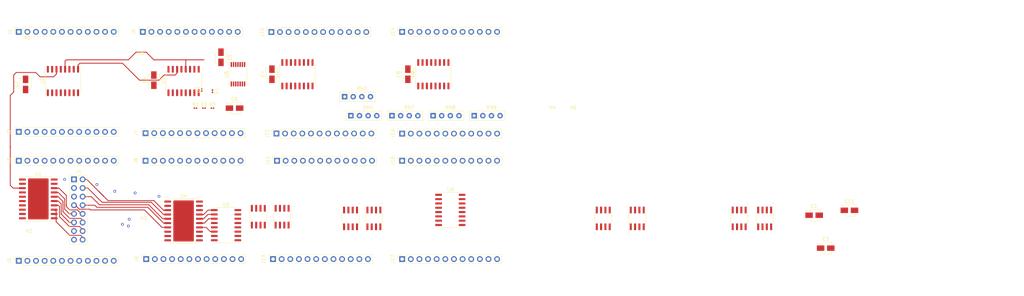
<source format=kicad_pcb>
(kicad_pcb (version 20171130) (host pcbnew 5.1.7-a382d34a8~87~ubuntu20.04.1)
  (layers (0 F.Cu signal) (31 B.Cu signal) (34 B.Paste user) (35 F.Paste user) (36 B.SilkS user) (37 F.SilkS user) (38 B.Mask user) (39 F.Mask user) (44 Edge.Cuts user))
  (net 0 "")
  (net 1 GND)
  (net 2 VCC)
  (net 3 "Net-(C5-Pad1)")
  (net 4 "Net-(C5-Pad2)")
  (net 5 "Net-(C6-Pad1)")
  (net 6 "Net-(D1-Pad2)")
  (net 7 "Net-(R1-Pad1)")
  (net 8 /B0-b5)
  (net 9 /B1-a5)
  (net 10 /B2-b6)
  (net 11 /B3-a6)
  (net 12 /B4-b7)
  (net 13 /B5B6B7-b8)
  (net 14 /A5-SRCLK)
  (net 15 "Net-(U1-Pad5)")
  (net 16 "Net-(U1-Pad4)")
  (net 17 /A1-SER)
  (net 18 "Net-(U1-Pad2)")
  (net 19 /RCLK)
  (net 20 /QH-SER)
  (net 21 /a4-A5)
  (net 22 /A6-A7)
  (net 23 /A7-B4)
  (net 24 /B7-B7)
  (net 25 /B6-B6)
  (net 26 "Net-(U4-Pad15)")
  (net 27 "Net-(U4-Pad16)")
  (net 28 "Net-(U4-Pad17)")
  (net 29 "Net-(U4-Pad18)")
  (net 30 "Net-(U4-Pad19)")
  (net 31 "Net-(J4-Pad13)")
  (net 32 "Net-(RN2-Pad2)")
  (net 33 "Net-(RN2-Pad3)")
  (net 34 "Net-(RN2-Pad4)")
  (net 35 SRCLK-2)
  (net 36 "Net-(RN2-Pad5)")
  (net 37 LT)
  (net 38 "Net-(U3-Pad9)")
  (net 39 "Net-(U4-Pad13)")
  (net 40 "Net-(U4-Pad14)")
  (net 41 /E1)
  (net 42 /E3)
  (net 43 "Net-(U7-Pad9)")
  (net 44 /L1R8)
  (net 45 /L1R7)
  (net 46 /L1R6)
  (net 47 /L1R5)
  (net 48 /L1R4)
  (net 49 /L1R3)
  (net 50 /L1R2)
  (net 51 /L1R1)
  (net 52 /H4a)
  (net 53 /H3a)
  (net 54 /H2a)
  (net 55 /H1a)
  (net 56 /L1G8)
  (net 57 /L1G7)
  (net 58 /L1G6)
  (net 59 /L1G5)
  (net 60 /L1G4)
  (net 61 /L1G3)
  (net 62 /L1G2)
  (net 63 /L1G1)
  (net 64 /H5a)
  (net 65 /H6a)
  (net 66 /H7a)
  (net 67 /H8a)
  (net 68 /H1b)
  (net 69 /H2b)
  (net 70 /H3b)
  (net 71 /H4b)
  (net 72 /H5b)
  (net 73 /H6b)
  (net 74 /H7b)
  (net 75 /H8b)
  (net 76 /L3R8)
  (net 77 /L3R7)
  (net 78 /L3R6)
  (net 79 /L3R5)
  (net 80 /L3R4)
  (net 81 /L3R3)
  (net 82 /L3R2)
  (net 83 /L3R1)
  (net 84 "Net-(J7-Pad8)")
  (net 85 "Net-(J7-Pad7)")
  (net 86 "Net-(J7-Pad6)")
  (net 87 "Net-(J7-Pad5)")
  (net 88 "Net-(J7-Pad4)")
  (net 89 "Net-(J7-Pad3)")
  (net 90 "Net-(J7-Pad2)")
  (net 91 "Net-(J7-Pad1)")
  (net 92 /L5R1)
  (net 93 /L5R2)
  (net 94 /L5R3)
  (net 95 /L5R4)
  (net 96 /L5R5)
  (net 97 /L5R6)
  (net 98 /L5R7)
  (net 99 /L5R8)
  (net 100 "Net-(J11-Pad1)")
  (net 101 "Net-(J11-Pad2)")
  (net 102 "Net-(J11-Pad3)")
  (net 103 "Net-(J11-Pad4)")
  (net 104 "Net-(J11-Pad5)")
  (net 105 "Net-(J11-Pad6)")
  (net 106 "Net-(J11-Pad7)")
  (net 107 "Net-(J11-Pad8)")
  (net 108 /L7R8)
  (net 109 /L7R7)
  (net 110 /L7R6)
  (net 111 /L7R5)
  (net 112 /L7R4)
  (net 113 /L7R3)
  (net 114 /L7R2)
  (net 115 /L7R1)
  (net 116 /L7G8)
  (net 117 /L7G7)
  (net 118 /L7G6)
  (net 119 /L7G5)
  (net 120 /L7G4)
  (net 121 /L7G3)
  (net 122 /L7G2)
  (net 123 /L7G1)
  (net 124 /Y0-G2b)
  (net 125 /Y1-G1b)
  (net 126 /Y1-G1a)
  (net 127 /Y0-G2a)
  (net 128 /Y3-G1b)
  (net 129 /Y2-G2b)
  (net 130 /Y2-G2a)
  (net 131 /Y3-G1a)
  (net 132 /Y5-G1b)
  (net 133 /Y4-G2b)
  (net 134 /Y4-G2a)
  (net 135 /Y5-G1a)
  (net 136 /Y7-G1b)
  (net 137 /Y6-G2b)
  (net 138 /Y6-G2a)
  (net 139 /Y7-G1a)
  (net 140 "Net-(U2-Pad9)")
  (net 141 "Net-(J4-Pad8)")
  (net 142 "Net-(J4-Pad6)")
  (net 143 "Net-(J4-Pad4)")
  (net 144 "Net-(J4-Pad2)")
  (module Connector_PinHeader_2.54mm:PinHeader_2x08_P2.54mm_Vertical (layer F.Cu) (at 79.25 106)
    (fp_text reference J4 (at 1.27 -2.33) (layer F.SilkS))
    (fp_text value Conn_02x08_Counter_Clockwise)
    (pad 1 thru_hole rect (at 0 0) (size 1.7 1.7) (drill 1) (layers *.Cu *.Mask) (net 1 GND))
    (pad 2 thru_hole oval (at 2.54 0) (size 1.7 1.7) (drill 1) (layers *.Cu *.Mask) (net 144 "Net-(J4-Pad2)"))
    (pad 3 thru_hole oval (at 0 2.54) (size 1.7 1.7) (drill 1) (layers *.Cu *.Mask) (net 1 GND))
    (pad 4 thru_hole oval (at 2.54 2.54) (size 1.7 1.7) (drill 1) (layers *.Cu *.Mask) (net 143 "Net-(J4-Pad4)"))
    (pad 5 thru_hole oval (at 0 5.08) (size 1.7 1.7) (drill 1) (layers *.Cu *.Mask) (net 1 GND))
    (pad 6 thru_hole oval (at 2.54 5.08) (size 1.7 1.7) (drill 1) (layers *.Cu *.Mask) (net 142 "Net-(J4-Pad6)"))
    (pad 7 thru_hole oval (at 0 7.62) (size 1.7 1.7) (drill 1) (layers *.Cu *.Mask) (net 21 /a4-A5))
    (pad 8 thru_hole oval (at 2.54 7.62) (size 1.7 1.7) (drill 1) (layers *.Cu *.Mask) (net 141 "Net-(J4-Pad8)"))
    (pad 9 thru_hole oval (at 0 10.16) (size 1.7 1.7) (drill 1) (layers *.Cu *.Mask) (net 9 /B1-a5))
    (pad 10 thru_hole oval (at 2.54 10.16) (size 1.7 1.7) (drill 1) (layers *.Cu *.Mask) (net 8 /B0-b5))
    (pad 11 thru_hole oval (at 0 12.7) (size 1.7 1.7) (drill 1) (layers *.Cu *.Mask) (net 11 /B3-a6))
    (pad 12 thru_hole oval (at 2.54 12.7) (size 1.7 1.7) (drill 1) (layers *.Cu *.Mask) (net 10 /B2-b6))
    (pad 13 thru_hole oval (at 0 15.24) (size 1.7 1.7) (drill 1) (layers *.Cu *.Mask) (net 31 "Net-(J4-Pad13)"))
    (pad 14 thru_hole oval (at 2.54 15.24) (size 1.7 1.7) (drill 1) (layers *.Cu *.Mask) (net 12 /B4-b7))
    (pad 15 thru_hole oval (at 0 17.78) (size 1.7 1.7) (drill 1) (layers *.Cu *.Mask) (net 1 GND))
    (pad 16 thru_hole oval (at 2.54 17.78) (size 1.7 1.7) (drill 1) (layers *.Cu *.Mask) (net 13 /B5B6B7-b8))
  )
  (module Capacitor_SMD:CP_Elec_3x5.3 (layer F.Cu) (at 297.065001 116.565001)
    (fp_text reference C1 (at 0 -2.7) (layer F.SilkS))
    (fp_text value C)
    (pad 1 smd rect (at -1.5 0) (size 2.2 1.6) (layers F.Cu F.Paste F.Mask) (net 1 GND))
    (pad 2 smd rect (at 1.5 0) (size 2.2 1.6) (layers F.Cu F.Paste F.Mask) (net 2 VCC))
  )
  (module Capacitor_SMD:CP_Elec_3x5.3 (layer F.Cu) (at 65 78 90)
    (fp_text reference C2 (at 0 -2.7 90) (layer F.SilkS))
    (fp_text value C)
    (pad 1 smd rect (at -1.5 0 90) (size 2.2 1.6) (layers F.Cu F.Paste F.Mask) (net 1 GND))
    (pad 2 smd rect (at 1.5 0 90) (size 2.2 1.6) (layers F.Cu F.Paste F.Mask) (net 2 VCC))
  )
  (module Capacitor_SMD:CP_Elec_3x5.3 (layer F.Cu) (at 300.465001 126.265001)
    (fp_text reference C3 (at 0 -2.7) (layer F.SilkS))
    (fp_text value C)
    (pad 1 smd rect (at -1.5 0) (size 2.2 1.6) (layers F.Cu F.Paste F.Mask) (net 1 GND))
    (pad 2 smd rect (at 1.5 0) (size 2.2 1.6) (layers F.Cu F.Paste F.Mask) (net 2 VCC))
  )
  (module Capacitor_SMD:CP_Elec_3x5.3 (layer F.Cu) (at 122.5 70 270)
    (fp_text reference C5 (at 0 -2.7 90) (layer F.SilkS))
    (fp_text value C)
    (pad 1 smd rect (at -1.5 0 270) (size 2.2 1.6) (layers F.Cu F.Paste F.Mask) (net 3 "Net-(C5-Pad1)"))
    (pad 2 smd rect (at 1.5 0 270) (size 2.2 1.6) (layers F.Cu F.Paste F.Mask) (net 4 "Net-(C5-Pad2)"))
  )
  (module Capacitor_SMD:CP_Elec_3x5.3 (layer F.Cu) (at 126.5 85)
    (fp_text reference C6 (at 0 -2.7) (layer F.SilkS))
    (fp_text value C)
    (pad 2 smd rect (at 1.5 0) (size 2.2 1.6) (layers F.Cu F.Paste F.Mask) (net 1 GND))
    (pad 1 smd rect (at -1.5 0) (size 2.2 1.6) (layers F.Cu F.Paste F.Mask) (net 5 "Net-(C6-Pad1)"))
  )
  (module Diode_SMD:D_0201_0603Metric (layer F.Cu) (at 120 80 270)
    (fp_text reference D1 (at 0 -1.05 90) (layer F.SilkS))
    (fp_text value D)
    (pad 2 smd roundrect (at 0.32 0 270) (size 0.46 0.4) (layers F.Cu F.Mask) (net 6 "Net-(D1-Pad2)"))
    (pad 1 smd roundrect (at -0.32 0 270) (size 0.46 0.4) (layers F.Cu F.Mask) (net 4 "Net-(C5-Pad2)"))
  )
  (module Diode_SMD:D_0201_0603Metric (layer F.Cu) (at 116.815001 79.655 90)
    (fp_text reference D2 (at 0 -1.05 90) (layer F.SilkS))
    (fp_text value D)
    (pad 1 smd roundrect (at -0.32 0 90) (size 0.46 0.4) (layers F.Cu F.Mask) (net 5 "Net-(C6-Pad1)"))
    (pad 2 smd roundrect (at 0.32 0 90) (size 0.46 0.4) (layers F.Cu F.Mask) (net 4 "Net-(C5-Pad2)"))
  )
  (module Resistor_SMD:R_0201_0603Metric (layer F.Cu) (at 115 85)
    (fp_text reference R1 (at 0 -1.05) (layer F.SilkS))
    (fp_text value R)
    (pad 1 smd roundrect (at -0.32 0) (size 0.46 0.4) (layers F.Cu F.Mask) (net 7 "Net-(R1-Pad1)"))
    (pad 2 smd roundrect (at 0.32 0) (size 0.46 0.4) (layers F.Cu F.Mask) (net 6 "Net-(D1-Pad2)"))
  )
  (module Resistor_SMD:R_0201_0603Metric (layer F.Cu) (at 117.5 85)
    (fp_text reference R2 (at 0 -1.05) (layer F.SilkS))
    (fp_text value R)
    (pad 2 smd roundrect (at 0.32 0) (size 0.46 0.4) (layers F.Cu F.Mask) (net 7 "Net-(R1-Pad1)"))
    (pad 1 smd roundrect (at -0.32 0) (size 0.46 0.4) (layers F.Cu F.Mask) (net 5 "Net-(C6-Pad1)"))
  )
  (module Resistor_SMD:R_0201_0603Metric (layer F.Cu) (at 120 85)
    (fp_text reference R3 (at 0 -1.05) (layer F.SilkS))
    (fp_text value R)
    (pad 1 smd roundrect (at -0.32 0) (size 0.46 0.4) (layers F.Cu F.Mask) (net 5 "Net-(C6-Pad1)"))
    (pad 2 smd roundrect (at 0.32 0) (size 0.46 0.4) (layers F.Cu F.Mask) (net 6 "Net-(D1-Pad2)"))
  )
  (module Capacitor_SMD:CP_Elec_3x5.3 (layer F.Cu) (at 102.75 76.75 90)
    (fp_text reference C4 (at 0 -2.7 90) (layer F.SilkS))
    (fp_text value C)
    (pad 1 smd rect (at -1.5 0 90) (size 2.2 1.6) (layers F.Cu F.Paste F.Mask) (net 1 GND))
    (pad 2 smd rect (at 1.5 0 90) (size 2.2 1.6) (layers F.Cu F.Paste F.Mask) (net 2 VCC))
  )
  (module Capacitor_SMD:CP_Elec_3x5.3 (layer F.Cu) (at 137.5 75 90)
    (fp_text reference C7 (at 0 -2.7 90) (layer F.SilkS))
    (fp_text value C)
    (pad 2 smd rect (at 1.5 0 90) (size 2.2 1.6) (layers F.Cu F.Paste F.Mask) (net 2 VCC))
    (pad 1 smd rect (at -1.5 0 90) (size 2.2 1.6) (layers F.Cu F.Paste F.Mask) (net 1 GND))
  )
  (module Capacitor_SMD:CP_Elec_3x5.3 (layer F.Cu) (at 177.5 75 90)
    (fp_text reference C8 (at 0 -2.7 90) (layer F.SilkS))
    (fp_text value C)
    (pad 1 smd rect (at -1.5 0 90) (size 2.2 1.6) (layers F.Cu F.Paste F.Mask) (net 1 GND))
    (pad 2 smd rect (at 1.5 0 90) (size 2.2 1.6) (layers F.Cu F.Paste F.Mask) (net 2 VCC))
  )
  (module Capacitor_SMD:CP_Elec_3x5.3 (layer F.Cu) (at 307.445001 115.115001)
    (fp_text reference C11 (at 0 -2.7) (layer F.SilkS))
    (fp_text value C)
    (pad 1 smd rect (at -1.5 0) (size 2.2 1.6) (layers F.Cu F.Paste F.Mask) (net 2 VCC))
    (pad 2 smd rect (at 1.5 0) (size 2.2 1.6) (layers F.Cu F.Paste F.Mask) (net 1 GND))
  )
  (module FDS4953:SOIC127P600X175-8N (layer F.Cu) (at 133.5 117 90)
    (fp_text reference Q1 (at -0.795 -3.337 90) (layer F.SilkS) (effects (font (thickness 0.015))))
    (fp_text value FDS4953)
    (pad 8 smd rect (at 2.475 -1.905 90) (size 1.97 0.6) (layers F.Cu F.Paste F.Mask) (net 73 /H6b))
    (pad 7 smd rect (at 2.475 -0.635 90) (size 1.97 0.6) (layers F.Cu F.Paste F.Mask) (net 73 /H6b))
    (pad 6 smd rect (at 2.475 0.635 90) (size 1.97 0.6) (layers F.Cu F.Paste F.Mask) (net 72 /H5b))
    (pad 5 smd rect (at 2.475 1.905 90) (size 1.97 0.6) (layers F.Cu F.Paste F.Mask) (net 72 /H5b))
    (pad 4 smd rect (at -2.475 1.905 90) (size 1.97 0.6) (layers F.Cu F.Paste F.Mask) (net 124 /Y0-G2b))
    (pad 3 smd rect (at -2.475 0.635 90) (size 1.97 0.6) (layers F.Cu F.Paste F.Mask) (net 2 VCC))
    (pad 2 smd rect (at -2.475 -0.635 90) (size 1.97 0.6) (layers F.Cu F.Paste F.Mask) (net 125 /Y1-G1b))
    (pad 1 smd rect (at -2.475 -1.905 90) (size 1.97 0.6) (layers F.Cu F.Paste F.Mask) (net 2 VCC))
  )
  (module FDS4953:SOIC127P600X175-8N (layer F.Cu) (at 235 117.5 90)
    (fp_text reference Q2 (at -0.795 -3.337 90) (layer F.SilkS) (effects (font (thickness 0.015))))
    (fp_text value FDS4953)
    (pad 1 smd rect (at -2.475 -1.905 90) (size 1.97 0.6) (layers F.Cu F.Paste F.Mask) (net 2 VCC))
    (pad 2 smd rect (at -2.475 -0.635 90) (size 1.97 0.6) (layers F.Cu F.Paste F.Mask) (net 126 /Y1-G1a))
    (pad 3 smd rect (at -2.475 0.635 90) (size 1.97 0.6) (layers F.Cu F.Paste F.Mask) (net 2 VCC))
    (pad 4 smd rect (at -2.475 1.905 90) (size 1.97 0.6) (layers F.Cu F.Paste F.Mask) (net 127 /Y0-G2a))
    (pad 5 smd rect (at 2.475 1.905 90) (size 1.97 0.6) (layers F.Cu F.Paste F.Mask) (net 64 /H5a))
    (pad 6 smd rect (at 2.475 0.635 90) (size 1.97 0.6) (layers F.Cu F.Paste F.Mask) (net 64 /H5a))
    (pad 7 smd rect (at 2.475 -0.635 90) (size 1.97 0.6) (layers F.Cu F.Paste F.Mask) (net 65 /H6a))
    (pad 8 smd rect (at 2.475 -1.905 90) (size 1.97 0.6) (layers F.Cu F.Paste F.Mask) (net 65 /H6a))
  )
  (module FDS4953:SOIC127P600X175-8N (layer F.Cu) (at 140.5 117 90)
    (fp_text reference Q3 (at -0.795 -3.337 90) (layer F.SilkS) (effects (font (thickness 0.015))))
    (fp_text value FDS4953)
    (pad 1 smd rect (at -2.475 -1.905 90) (size 1.97 0.6) (layers F.Cu F.Paste F.Mask) (net 2 VCC))
    (pad 2 smd rect (at -2.475 -0.635 90) (size 1.97 0.6) (layers F.Cu F.Paste F.Mask) (net 128 /Y3-G1b))
    (pad 3 smd rect (at -2.475 0.635 90) (size 1.97 0.6) (layers F.Cu F.Paste F.Mask) (net 2 VCC))
    (pad 4 smd rect (at -2.475 1.905 90) (size 1.97 0.6) (layers F.Cu F.Paste F.Mask) (net 129 /Y2-G2b))
    (pad 5 smd rect (at 2.475 1.905 90) (size 1.97 0.6) (layers F.Cu F.Paste F.Mask) (net 74 /H7b))
    (pad 6 smd rect (at 2.475 0.635 90) (size 1.97 0.6) (layers F.Cu F.Paste F.Mask) (net 74 /H7b))
    (pad 7 smd rect (at 2.475 -0.635 90) (size 1.97 0.6) (layers F.Cu F.Paste F.Mask) (net 75 /H8b))
    (pad 8 smd rect (at 2.475 -1.905 90) (size 1.97 0.6) (layers F.Cu F.Paste F.Mask) (net 75 /H8b))
  )
  (module FDS4953:SOIC127P600X175-8N (layer F.Cu) (at 245 117.5 90)
    (fp_text reference Q4 (at -0.795 -3.337 90) (layer F.SilkS) (effects (font (thickness 0.015))))
    (fp_text value FDS4953)
    (pad 8 smd rect (at 2.475 -1.905 90) (size 1.97 0.6) (layers F.Cu F.Paste F.Mask) (net 67 /H8a))
    (pad 7 smd rect (at 2.475 -0.635 90) (size 1.97 0.6) (layers F.Cu F.Paste F.Mask) (net 67 /H8a))
    (pad 6 smd rect (at 2.475 0.635 90) (size 1.97 0.6) (layers F.Cu F.Paste F.Mask) (net 66 /H7a))
    (pad 5 smd rect (at 2.475 1.905 90) (size 1.97 0.6) (layers F.Cu F.Paste F.Mask) (net 66 /H7a))
    (pad 4 smd rect (at -2.475 1.905 90) (size 1.97 0.6) (layers F.Cu F.Paste F.Mask) (net 130 /Y2-G2a))
    (pad 3 smd rect (at -2.475 0.635 90) (size 1.97 0.6) (layers F.Cu F.Paste F.Mask) (net 2 VCC))
    (pad 2 smd rect (at -2.475 -0.635 90) (size 1.97 0.6) (layers F.Cu F.Paste F.Mask) (net 131 /Y3-G1a))
    (pad 1 smd rect (at -2.475 -1.905 90) (size 1.97 0.6) (layers F.Cu F.Paste F.Mask) (net 2 VCC))
  )
  (module FDS4953:SOIC127P600X175-8N (layer F.Cu) (at 160.635 117.5 270)
    (fp_text reference Q5 (at -0.795 -3.337 90) (layer F.SilkS) (effects (font (thickness 0.015))))
    (fp_text value FDS4953)
    (pad 1 smd rect (at -2.475 -1.905 270) (size 1.97 0.6) (layers F.Cu F.Paste F.Mask) (net 2 VCC))
    (pad 2 smd rect (at -2.475 -0.635 270) (size 1.97 0.6) (layers F.Cu F.Paste F.Mask) (net 132 /Y5-G1b))
    (pad 3 smd rect (at -2.475 0.635 270) (size 1.97 0.6) (layers F.Cu F.Paste F.Mask) (net 2 VCC))
    (pad 4 smd rect (at -2.475 1.905 270) (size 1.97 0.6) (layers F.Cu F.Paste F.Mask) (net 133 /Y4-G2b))
    (pad 5 smd rect (at 2.475 1.905 270) (size 1.97 0.6) (layers F.Cu F.Paste F.Mask) (net 71 /H4b))
    (pad 6 smd rect (at 2.475 0.635 270) (size 1.97 0.6) (layers F.Cu F.Paste F.Mask) (net 71 /H4b))
    (pad 7 smd rect (at 2.475 -0.635 270) (size 1.97 0.6) (layers F.Cu F.Paste F.Mask) (net 70 /H3b))
    (pad 8 smd rect (at 2.475 -1.905 270) (size 1.97 0.6) (layers F.Cu F.Paste F.Mask) (net 70 /H3b))
  )
  (module FDS4953:SOIC127P600X175-8N (layer F.Cu) (at 275 117.5 270)
    (fp_text reference Q6 (at -0.795 -3.337 90) (layer F.SilkS) (effects (font (thickness 0.015))))
    (fp_text value FDS4953)
    (pad 8 smd rect (at 2.475 -1.905 270) (size 1.97 0.6) (layers F.Cu F.Paste F.Mask) (net 53 /H3a))
    (pad 7 smd rect (at 2.475 -0.635 270) (size 1.97 0.6) (layers F.Cu F.Paste F.Mask) (net 53 /H3a))
    (pad 6 smd rect (at 2.475 0.635 270) (size 1.97 0.6) (layers F.Cu F.Paste F.Mask) (net 52 /H4a))
    (pad 5 smd rect (at 2.475 1.905 270) (size 1.97 0.6) (layers F.Cu F.Paste F.Mask) (net 52 /H4a))
    (pad 4 smd rect (at -2.475 1.905 270) (size 1.97 0.6) (layers F.Cu F.Paste F.Mask) (net 134 /Y4-G2a))
    (pad 3 smd rect (at -2.475 0.635 270) (size 1.97 0.6) (layers F.Cu F.Paste F.Mask) (net 2 VCC))
    (pad 2 smd rect (at -2.475 -0.635 270) (size 1.97 0.6) (layers F.Cu F.Paste F.Mask) (net 135 /Y5-G1a))
    (pad 1 smd rect (at -2.475 -1.905 270) (size 1.97 0.6) (layers F.Cu F.Paste F.Mask) (net 2 VCC))
  )
  (module FDS4953:SOIC127P600X175-8N (layer F.Cu) (at 167.5 117.5 270)
    (fp_text reference Q7 (at -0.795 -3.337 90) (layer F.SilkS) (effects (font (thickness 0.015))))
    (fp_text value FDS4953)
    (pad 1 smd rect (at -2.475 -1.905 270) (size 1.97 0.6) (layers F.Cu F.Paste F.Mask) (net 2 VCC))
    (pad 2 smd rect (at -2.475 -0.635 270) (size 1.97 0.6) (layers F.Cu F.Paste F.Mask) (net 136 /Y7-G1b))
    (pad 3 smd rect (at -2.475 0.635 270) (size 1.97 0.6) (layers F.Cu F.Paste F.Mask) (net 2 VCC))
    (pad 4 smd rect (at -2.475 1.905 270) (size 1.97 0.6) (layers F.Cu F.Paste F.Mask) (net 137 /Y6-G2b))
    (pad 5 smd rect (at 2.475 1.905 270) (size 1.97 0.6) (layers F.Cu F.Paste F.Mask) (net 69 /H2b))
    (pad 6 smd rect (at 2.475 0.635 270) (size 1.97 0.6) (layers F.Cu F.Paste F.Mask) (net 69 /H2b))
    (pad 7 smd rect (at 2.475 -0.635 270) (size 1.97 0.6) (layers F.Cu F.Paste F.Mask) (net 68 /H1b))
    (pad 8 smd rect (at 2.475 -1.905 270) (size 1.97 0.6) (layers F.Cu F.Paste F.Mask) (net 68 /H1b))
  )
  (module FDS4953:SOIC127P600X175-8N (layer F.Cu) (at 282.5 117.5 270)
    (fp_text reference Q8 (at -0.795 -3.337 90) (layer F.SilkS) (effects (font (thickness 0.015))))
    (fp_text value FDS4953)
    (pad 8 smd rect (at 2.475 -1.905 270) (size 1.97 0.6) (layers F.Cu F.Paste F.Mask) (net 55 /H1a))
    (pad 7 smd rect (at 2.475 -0.635 270) (size 1.97 0.6) (layers F.Cu F.Paste F.Mask) (net 55 /H1a))
    (pad 6 smd rect (at 2.475 0.635 270) (size 1.97 0.6) (layers F.Cu F.Paste F.Mask) (net 54 /H2a))
    (pad 5 smd rect (at 2.475 1.905 270) (size 1.97 0.6) (layers F.Cu F.Paste F.Mask) (net 54 /H2a))
    (pad 4 smd rect (at -2.475 1.905 270) (size 1.97 0.6) (layers F.Cu F.Paste F.Mask) (net 138 /Y6-G2a))
    (pad 3 smd rect (at -2.475 0.635 270) (size 1.97 0.6) (layers F.Cu F.Paste F.Mask) (net 2 VCC))
    (pad 2 smd rect (at -2.475 -0.635 270) (size 1.97 0.6) (layers F.Cu F.Paste F.Mask) (net 139 /Y7-G1a))
    (pad 1 smd rect (at -2.475 -1.905 270) (size 1.97 0.6) (layers F.Cu F.Paste F.Mask) (net 2 VCC))
  )
  (module Resistor_THT:R_Array_SIP4 (layer F.Cu) (at 158.885001 81.625001)
    (fp_text reference RN2 (at 5.08 -2.4) (layer F.SilkS))
    (fp_text value R_Network04)
    (pad 1 thru_hole rect (at 0 0) (size 1.6 1.6) (drill 0.8) (layers *.Cu *.Mask) (net 1 GND))
    (pad 2 thru_hole oval (at 2.54 0) (size 1.6 1.6) (drill 0.8) (layers *.Cu *.Mask) (net 32 "Net-(RN2-Pad2)"))
    (pad 3 thru_hole oval (at 5.08 0) (size 1.6 1.6) (drill 0.8) (layers *.Cu *.Mask) (net 33 "Net-(RN2-Pad3)"))
    (pad 4 thru_hole oval (at 7.62 0) (size 1.6 1.6) (drill 0.8) (layers *.Cu *.Mask) (net 34 "Net-(RN2-Pad4)"))
  )
  (module Package_SO:TSSOP-14_4.4x5mm_P0.65mm (layer F.Cu) (at 127.5 75 90)
    (fp_text reference U6 (at 0 -3.45 90) (layer F.SilkS))
    (fp_text value 74HC04)
    (pad 1 smd roundrect (at -2.8625 -1.95 90) (size 1.475 0.4) (layers F.Cu F.Paste F.Mask) (net 5 "Net-(C6-Pad1)"))
    (pad 2 smd roundrect (at -2.8625 -1.3 90) (size 1.475 0.4) (layers F.Cu F.Paste F.Mask) (net 3 "Net-(C5-Pad1)"))
    (pad 3 smd roundrect (at -2.8625 -0.65 90) (size 1.475 0.4) (layers F.Cu F.Paste F.Mask) (net 5 "Net-(C6-Pad1)"))
    (pad 4 smd roundrect (at -2.8625 0 90) (size 1.475 0.4) (layers F.Cu F.Paste F.Mask) (net 41 /E1))
    (pad 5 smd roundrect (at -2.8625 0.65 90) (size 1.475 0.4) (layers F.Cu F.Paste F.Mask) (net 41 /E1))
    (pad 6 smd roundrect (at -2.8625 1.3 90) (size 1.475 0.4) (layers F.Cu F.Paste F.Mask) (net 42 /E3))
    (pad 7 smd roundrect (at -2.8625 1.95 90) (size 1.475 0.4) (layers F.Cu F.Paste F.Mask) (net 1 GND))
    (pad 8 smd roundrect (at 2.8625 1.95 90) (size 1.475 0.4) (layers F.Cu F.Paste F.Mask))
    (pad 9 smd roundrect (at 2.8625 1.3 90) (size 1.475 0.4) (layers F.Cu F.Paste F.Mask))
    (pad 10 smd roundrect (at 2.8625 0.65 90) (size 1.475 0.4) (layers F.Cu F.Paste F.Mask))
    (pad 11 smd roundrect (at 2.8625 0 90) (size 1.475 0.4) (layers F.Cu F.Paste F.Mask))
    (pad 12 smd roundrect (at 2.8625 -0.65 90) (size 1.475 0.4) (layers F.Cu F.Paste F.Mask))
    (pad 13 smd roundrect (at 2.8625 -1.3 90) (size 1.475 0.4) (layers F.Cu F.Paste F.Mask))
    (pad 14 smd roundrect (at 2.8625 -1.95 90) (size 1.475 0.4) (layers F.Cu F.Paste F.Mask) (net 2 VCC))
  )
  (module Package_SO:SO-20-1EP_7.52x12.825mm_P1.27mm_EP6.045x12.09mm_Mask3.56x4.47mm (layer F.Cu) (at 68.75 111.75)
    (fp_text reference U1 (at 0 -7.36) (layer F.SilkS))
    (fp_text value 74HC245)
    (pad 21 smd roundrect (at 0 0) (size 6.045 12.09) (layers F.Cu) (roundrect_rratio 0.041356))
    (pad 1 smd roundrect (at -4.675 -5.715) (size 2 0.6) (layers F.Cu F.Paste F.Mask) (net 1 GND))
    (pad 2 smd roundrect (at -4.675 -4.445) (size 2 0.6) (layers F.Cu F.Paste F.Mask) (net 18 "Net-(U1-Pad2)"))
    (pad 3 smd roundrect (at -4.675 -3.175) (size 2 0.6) (layers F.Cu F.Paste F.Mask) (net 17 /A1-SER))
    (pad 4 smd roundrect (at -4.675 -1.905) (size 2 0.6) (layers F.Cu F.Paste F.Mask) (net 16 "Net-(U1-Pad4)"))
    (pad 5 smd roundrect (at -4.675 -0.635) (size 2 0.6) (layers F.Cu F.Paste F.Mask) (net 15 "Net-(U1-Pad5)"))
    (pad 6 smd roundrect (at -4.675 0.635) (size 2 0.6) (layers F.Cu F.Paste F.Mask) (net 37 LT))
    (pad 7 smd roundrect (at -4.675 1.905) (size 2 0.6) (layers F.Cu F.Paste F.Mask) (net 14 /A5-SRCLK))
    (pad 8 smd roundrect (at -4.675 3.175) (size 2 0.6) (layers F.Cu F.Paste F.Mask) (net 36 "Net-(RN2-Pad5)"))
    (pad 9 smd roundrect (at -4.675 4.445) (size 2 0.6) (layers F.Cu F.Paste F.Mask) (net 35 SRCLK-2))
    (pad 10 smd roundrect (at -4.675 5.715) (size 2 0.6) (layers F.Cu F.Paste F.Mask) (net 1 GND))
    (pad 11 smd roundrect (at 4.675 5.715) (size 2 0.6) (layers F.Cu F.Paste F.Mask) (net 13 /B5B6B7-b8))
    (pad 12 smd roundrect (at 4.675 4.445) (size 2 0.6) (layers F.Cu F.Paste F.Mask) (net 13 /B5B6B7-b8))
    (pad 13 smd roundrect (at 4.675 3.175) (size 2 0.6) (layers F.Cu F.Paste F.Mask) (net 13 /B5B6B7-b8))
    (pad 14 smd roundrect (at 4.675 1.905) (size 2 0.6) (layers F.Cu F.Paste F.Mask) (net 12 /B4-b7))
    (pad 15 smd roundrect (at 4.675 0.635) (size 2 0.6) (layers F.Cu F.Paste F.Mask) (net 11 /B3-a6))
    (pad 16 smd roundrect (at 4.675 -0.635) (size 2 0.6) (layers F.Cu F.Paste F.Mask) (net 10 /B2-b6))
    (pad 17 smd roundrect (at 4.675 -1.905) (size 2 0.6) (layers F.Cu F.Paste F.Mask) (net 9 /B1-a5))
    (pad 18 smd roundrect (at 4.675 -3.175) (size 2 0.6) (layers F.Cu F.Paste F.Mask) (net 8 /B0-b5))
    (pad 19 smd roundrect (at 4.675 -4.445) (size 2 0.6) (layers F.Cu F.Paste F.Mask) (net 1 GND))
    (pad 20 smd roundrect (at 4.675 -5.715) (size 2 0.6) (layers F.Cu F.Paste F.Mask) (net 2 VCC))
  )
  (module Package_SO:SO-16_5.3x10.2mm_P1.27mm (layer F.Cu) (at 76 77 90)
    (fp_text reference U2 (at 0 -6.05 90) (layer F.SilkS))
    (fp_text value 74HC595)
    (pad 1 smd roundrect (at -3.4625 -4.445 90) (size 1.975 0.6) (layers F.Cu F.Paste F.Mask) (net 45 /L1R7))
    (pad 2 smd roundrect (at -3.4625 -3.175 90) (size 1.975 0.6) (layers F.Cu F.Paste F.Mask) (net 46 /L1R6))
    (pad 3 smd roundrect (at -3.4625 -1.905 90) (size 1.975 0.6) (layers F.Cu F.Paste F.Mask) (net 47 /L1R5))
    (pad 4 smd roundrect (at -3.4625 -0.635 90) (size 1.975 0.6) (layers F.Cu F.Paste F.Mask) (net 48 /L1R4))
    (pad 5 smd roundrect (at -3.4625 0.635 90) (size 1.975 0.6) (layers F.Cu F.Paste F.Mask) (net 49 /L1R3))
    (pad 6 smd roundrect (at -3.4625 1.905 90) (size 1.975 0.6) (layers F.Cu F.Paste F.Mask) (net 50 /L1R2))
    (pad 7 smd roundrect (at -3.4625 3.175 90) (size 1.975 0.6) (layers F.Cu F.Paste F.Mask) (net 51 /L1R1))
    (pad 8 smd roundrect (at -3.4625 4.445 90) (size 1.975 0.6) (layers F.Cu F.Paste F.Mask) (net 1 GND))
    (pad 9 smd roundrect (at 3.4625 4.445 90) (size 1.975 0.6) (layers F.Cu F.Paste F.Mask) (net 140 "Net-(U2-Pad9)"))
    (pad 10 smd roundrect (at 3.4625 3.175 90) (size 1.975 0.6) (layers F.Cu F.Paste F.Mask) (net 2 VCC))
    (pad 11 smd roundrect (at 3.4625 1.905 90) (size 1.975 0.6) (layers F.Cu F.Paste F.Mask) (net 14 /A5-SRCLK))
    (pad 12 smd roundrect (at 3.4625 0.635 90) (size 1.975 0.6) (layers F.Cu F.Paste F.Mask) (net 19 /RCLK))
    (pad 13 smd roundrect (at 3.4625 -0.635 90) (size 1.975 0.6) (layers F.Cu F.Paste F.Mask) (net 1 GND))
    (pad 14 smd roundrect (at 3.4625 -1.905 90) (size 1.975 0.6) (layers F.Cu F.Paste F.Mask) (net 17 /A1-SER))
    (pad 15 smd roundrect (at 3.4625 -3.175 90) (size 1.975 0.6) (layers F.Cu F.Paste F.Mask) (net 44 /L1R8))
    (pad 16 smd roundrect (at 3.4625 -4.445 90) (size 1.975 0.6) (layers F.Cu F.Paste F.Mask) (net 2 VCC))
  )
  (module Package_SO:SO-16_5.3x10.2mm_P1.27mm (layer F.Cu) (at 111.5 77 90)
    (fp_text reference U3 (at 0 -6.05 90) (layer F.SilkS))
    (fp_text value 74HC595)
    (pad 16 smd roundrect (at 3.4625 -4.445 90) (size 1.975 0.6) (layers F.Cu F.Paste F.Mask) (net 2 VCC))
    (pad 15 smd roundrect (at 3.4625 -3.175 90) (size 1.975 0.6) (layers F.Cu F.Paste F.Mask) (net 76 /L3R8))
    (pad 14 smd roundrect (at 3.4625 -1.905 90) (size 1.975 0.6) (layers F.Cu F.Paste F.Mask) (net 140 "Net-(U2-Pad9)"))
    (pad 13 smd roundrect (at 3.4625 -0.635 90) (size 1.975 0.6) (layers F.Cu F.Paste F.Mask) (net 1 GND))
    (pad 12 smd roundrect (at 3.4625 0.635 90) (size 1.975 0.6) (layers F.Cu F.Paste F.Mask) (net 19 /RCLK))
    (pad 11 smd roundrect (at 3.4625 1.905 90) (size 1.975 0.6) (layers F.Cu F.Paste F.Mask) (net 14 /A5-SRCLK))
    (pad 10 smd roundrect (at 3.4625 3.175 90) (size 1.975 0.6) (layers F.Cu F.Paste F.Mask) (net 2 VCC))
    (pad 9 smd roundrect (at 3.4625 4.445 90) (size 1.975 0.6) (layers F.Cu F.Paste F.Mask) (net 38 "Net-(U3-Pad9)"))
    (pad 8 smd roundrect (at -3.4625 4.445 90) (size 1.975 0.6) (layers F.Cu F.Paste F.Mask) (net 1 GND))
    (pad 7 smd roundrect (at -3.4625 3.175 90) (size 1.975 0.6) (layers F.Cu F.Paste F.Mask) (net 83 /L3R1))
    (pad 6 smd roundrect (at -3.4625 1.905 90) (size 1.975 0.6) (layers F.Cu F.Paste F.Mask) (net 82 /L3R2))
    (pad 5 smd roundrect (at -3.4625 0.635 90) (size 1.975 0.6) (layers F.Cu F.Paste F.Mask) (net 81 /L3R3))
    (pad 4 smd roundrect (at -3.4625 -0.635 90) (size 1.975 0.6) (layers F.Cu F.Paste F.Mask) (net 80 /L3R4))
    (pad 3 smd roundrect (at -3.4625 -1.905 90) (size 1.975 0.6) (layers F.Cu F.Paste F.Mask) (net 79 /L3R5))
    (pad 2 smd roundrect (at -3.4625 -3.175 90) (size 1.975 0.6) (layers F.Cu F.Paste F.Mask) (net 78 /L3R6))
    (pad 1 smd roundrect (at -3.4625 -4.445 90) (size 1.975 0.6) (layers F.Cu F.Paste F.Mask) (net 77 /L3R7))
  )
  (module Package_SO:SO-20-1EP_7.52x12.825mm_P1.27mm_EP6.045x12.09mm_Mask3.56x4.47mm (layer F.Cu) (at 111.5 118.25)
    (fp_text reference U4 (at 0 -7.36) (layer F.SilkS))
    (fp_text value 74HC245)
    (pad 20 smd roundrect (at 4.675 -5.715) (size 2 0.6) (layers F.Cu F.Paste F.Mask) (net 2 VCC))
    (pad 19 smd roundrect (at 4.675 -4.445) (size 2 0.6) (layers F.Cu F.Paste F.Mask) (net 30 "Net-(U4-Pad19)"))
    (pad 18 smd roundrect (at 4.675 -3.175) (size 2 0.6) (layers F.Cu F.Paste F.Mask) (net 29 "Net-(U4-Pad18)"))
    (pad 17 smd roundrect (at 4.675 -1.905) (size 2 0.6) (layers F.Cu F.Paste F.Mask) (net 28 "Net-(U4-Pad17)"))
    (pad 16 smd roundrect (at 4.675 -0.635) (size 2 0.6) (layers F.Cu F.Paste F.Mask) (net 27 "Net-(U4-Pad16)"))
    (pad 15 smd roundrect (at 4.675 0.635) (size 2 0.6) (layers F.Cu F.Paste F.Mask) (net 26 "Net-(U4-Pad15)"))
    (pad 14 smd roundrect (at 4.675 1.905) (size 2 0.6) (layers F.Cu F.Paste F.Mask) (net 40 "Net-(U4-Pad14)"))
    (pad 13 smd roundrect (at 4.675 3.175) (size 2 0.6) (layers F.Cu F.Paste F.Mask) (net 39 "Net-(U4-Pad13)"))
    (pad 12 smd roundrect (at 4.675 4.445) (size 2 0.6) (layers F.Cu F.Paste F.Mask) (net 25 /B6-B6))
    (pad 11 smd roundrect (at 4.675 5.715) (size 2 0.6) (layers F.Cu F.Paste F.Mask) (net 24 /B7-B7))
    (pad 10 smd roundrect (at -4.675 5.715) (size 2 0.6) (layers F.Cu F.Paste F.Mask) (net 1 GND))
    (pad 9 smd roundrect (at -4.675 4.445) (size 2 0.6) (layers F.Cu F.Paste F.Mask) (net 23 /A7-B4))
    (pad 8 smd roundrect (at -4.675 3.175) (size 2 0.6) (layers F.Cu F.Paste F.Mask) (net 22 /A6-A7))
    (pad 7 smd roundrect (at -4.675 1.905) (size 2 0.6) (layers F.Cu F.Paste F.Mask) (net 21 /a4-A5))
    (pad 6 smd roundrect (at -4.675 0.635) (size 2 0.6) (layers F.Cu F.Paste F.Mask) (net 141 "Net-(J4-Pad8)"))
    (pad 5 smd roundrect (at -4.675 -0.635) (size 2 0.6) (layers F.Cu F.Paste F.Mask) (net 142 "Net-(J4-Pad6)"))
    (pad 4 smd roundrect (at -4.675 -1.905) (size 2 0.6) (layers F.Cu F.Paste F.Mask) (net 143 "Net-(J4-Pad4)"))
    (pad 3 smd roundrect (at -4.675 -3.175) (size 2 0.6) (layers F.Cu F.Paste F.Mask) (net 144 "Net-(J4-Pad2)"))
    (pad 2 smd roundrect (at -4.675 -4.445) (size 2 0.6) (layers F.Cu F.Paste F.Mask) (net 2 VCC))
    (pad 1 smd roundrect (at -4.675 -5.715) (size 2 0.6) (layers F.Cu F.Paste F.Mask) (net 2 VCC))
    (pad 21 smd roundrect (at 0 0) (size 6.045 12.09) (layers F.Cu) (roundrect_rratio 0.041356))
  )
  (module Package_SO:SO-16_5.3x10.2mm_P1.27mm (layer F.Cu) (at 124 119.5)
    (fp_text reference U5 (at 0 -6.05) (layer F.SilkS))
    (fp_text value 74HC138D)
    (pad 1 smd roundrect (at -3.4625 -4.445) (size 1.975 0.6) (layers F.Cu F.Paste F.Mask) (net 28 "Net-(U4-Pad17)"))
    (pad 2 smd roundrect (at -3.4625 -3.175) (size 1.975 0.6) (layers F.Cu F.Paste F.Mask) (net 27 "Net-(U4-Pad16)"))
    (pad 3 smd roundrect (at -3.4625 -1.905) (size 1.975 0.6) (layers F.Cu F.Paste F.Mask) (net 26 "Net-(U4-Pad15)"))
    (pad 4 smd roundrect (at -3.4625 -0.635) (size 1.975 0.6) (layers F.Cu F.Paste F.Mask) (net 41 /E1))
    (pad 5 smd roundrect (at -3.4625 0.635) (size 1.975 0.6) (layers F.Cu F.Paste F.Mask) (net 39 "Net-(U4-Pad13)"))
    (pad 6 smd roundrect (at -3.4625 1.905) (size 1.975 0.6) (layers F.Cu F.Paste F.Mask) (net 40 "Net-(U4-Pad14)"))
    (pad 7 smd roundrect (at -3.4625 3.175) (size 1.975 0.6) (layers F.Cu F.Paste F.Mask) (net 136 /Y7-G1b))
    (pad 8 smd roundrect (at -3.4625 4.445) (size 1.975 0.6) (layers F.Cu F.Paste F.Mask) (net 1 GND))
    (pad 9 smd roundrect (at 3.4625 4.445) (size 1.975 0.6) (layers F.Cu F.Paste F.Mask) (net 137 /Y6-G2b))
    (pad 10 smd roundrect (at 3.4625 3.175) (size 1.975 0.6) (layers F.Cu F.Paste F.Mask) (net 132 /Y5-G1b))
    (pad 11 smd roundrect (at 3.4625 1.905) (size 1.975 0.6) (layers F.Cu F.Paste F.Mask) (net 133 /Y4-G2b))
    (pad 12 smd roundrect (at 3.4625 0.635) (size 1.975 0.6) (layers F.Cu F.Paste F.Mask) (net 128 /Y3-G1b))
    (pad 13 smd roundrect (at 3.4625 -0.635) (size 1.975 0.6) (layers F.Cu F.Paste F.Mask) (net 129 /Y2-G2b))
    (pad 14 smd roundrect (at 3.4625 -1.905) (size 1.975 0.6) (layers F.Cu F.Paste F.Mask) (net 125 /Y1-G1b))
    (pad 15 smd roundrect (at 3.4625 -3.175) (size 1.975 0.6) (layers F.Cu F.Paste F.Mask) (net 124 /Y0-G2b))
    (pad 16 smd roundrect (at 3.4625 -4.445) (size 1.975 0.6) (layers F.Cu F.Paste F.Mask) (net 2 VCC))
  )
  (module Package_SO:SO-16_5.3x10.2mm_P1.27mm (layer F.Cu) (at 145 75 90)
    (fp_text reference U7 (at 0 -6.05 90) (layer F.SilkS))
    (fp_text value 74HC595)
    (pad 16 smd roundrect (at 3.4625 -4.445 90) (size 1.975 0.6) (layers F.Cu F.Paste F.Mask) (net 2 VCC))
    (pad 15 smd roundrect (at 3.4625 -3.175 90) (size 1.975 0.6) (layers F.Cu F.Paste F.Mask) (net 99 /L5R8))
    (pad 14 smd roundrect (at 3.4625 -1.905 90) (size 1.975 0.6) (layers F.Cu F.Paste F.Mask) (net 38 "Net-(U3-Pad9)"))
    (pad 13 smd roundrect (at 3.4625 -0.635 90) (size 1.975 0.6) (layers F.Cu F.Paste F.Mask) (net 1 GND))
    (pad 12 smd roundrect (at 3.4625 0.635 90) (size 1.975 0.6) (layers F.Cu F.Paste F.Mask) (net 19 /RCLK))
    (pad 11 smd roundrect (at 3.4625 1.905 90) (size 1.975 0.6) (layers F.Cu F.Paste F.Mask) (net 14 /A5-SRCLK))
    (pad 10 smd roundrect (at 3.4625 3.175 90) (size 1.975 0.6) (layers F.Cu F.Paste F.Mask) (net 2 VCC))
    (pad 9 smd roundrect (at 3.4625 4.445 90) (size 1.975 0.6) (layers F.Cu F.Paste F.Mask) (net 43 "Net-(U7-Pad9)"))
    (pad 8 smd roundrect (at -3.4625 4.445 90) (size 1.975 0.6) (layers F.Cu F.Paste F.Mask) (net 1 GND))
    (pad 7 smd roundrect (at -3.4625 3.175 90) (size 1.975 0.6) (layers F.Cu F.Paste F.Mask) (net 92 /L5R1))
    (pad 6 smd roundrect (at -3.4625 1.905 90) (size 1.975 0.6) (layers F.Cu F.Paste F.Mask) (net 93 /L5R2))
    (pad 5 smd roundrect (at -3.4625 0.635 90) (size 1.975 0.6) (layers F.Cu F.Paste F.Mask) (net 94 /L5R3))
    (pad 4 smd roundrect (at -3.4625 -0.635 90) (size 1.975 0.6) (layers F.Cu F.Paste F.Mask) (net 95 /L5R4))
    (pad 3 smd roundrect (at -3.4625 -1.905 90) (size 1.975 0.6) (layers F.Cu F.Paste F.Mask) (net 96 /L5R5))
    (pad 2 smd roundrect (at -3.4625 -3.175 90) (size 1.975 0.6) (layers F.Cu F.Paste F.Mask) (net 97 /L5R6))
    (pad 1 smd roundrect (at -3.4625 -4.445 90) (size 1.975 0.6) (layers F.Cu F.Paste F.Mask) (net 98 /L5R7))
  )
  (module Package_SO:SO-16_5.3x10.2mm_P1.27mm (layer F.Cu) (at 185 75 90)
    (fp_text reference U8 (at 0 -6.05 90) (layer F.SilkS))
    (fp_text value 74HC595)
    (pad 16 smd roundrect (at 3.4625 -4.445 90) (size 1.975 0.6) (layers F.Cu F.Paste F.Mask) (net 2 VCC))
    (pad 15 smd roundrect (at 3.4625 -3.175 90) (size 1.975 0.6) (layers F.Cu F.Paste F.Mask) (net 108 /L7R8))
    (pad 14 smd roundrect (at 3.4625 -1.905 90) (size 1.975 0.6) (layers F.Cu F.Paste F.Mask) (net 43 "Net-(U7-Pad9)"))
    (pad 13 smd roundrect (at 3.4625 -0.635 90) (size 1.975 0.6) (layers F.Cu F.Paste F.Mask) (net 1 GND))
    (pad 12 smd roundrect (at 3.4625 0.635 90) (size 1.975 0.6) (layers F.Cu F.Paste F.Mask) (net 19 /RCLK))
    (pad 11 smd roundrect (at 3.4625 1.905 90) (size 1.975 0.6) (layers F.Cu F.Paste F.Mask) (net 14 /A5-SRCLK))
    (pad 10 smd roundrect (at 3.4625 3.175 90) (size 1.975 0.6) (layers F.Cu F.Paste F.Mask) (net 2 VCC))
    (pad 9 smd roundrect (at 3.4625 4.445 90) (size 1.975 0.6) (layers F.Cu F.Paste F.Mask) (net 20 /QH-SER))
    (pad 8 smd roundrect (at -3.4625 4.445 90) (size 1.975 0.6) (layers F.Cu F.Paste F.Mask) (net 1 GND))
    (pad 7 smd roundrect (at -3.4625 3.175 90) (size 1.975 0.6) (layers F.Cu F.Paste F.Mask) (net 115 /L7R1))
    (pad 6 smd roundrect (at -3.4625 1.905 90) (size 1.975 0.6) (layers F.Cu F.Paste F.Mask) (net 114 /L7R2))
    (pad 5 smd roundrect (at -3.4625 0.635 90) (size 1.975 0.6) (layers F.Cu F.Paste F.Mask) (net 113 /L7R3))
    (pad 4 smd roundrect (at -3.4625 -0.635 90) (size 1.975 0.6) (layers F.Cu F.Paste F.Mask) (net 112 /L7R4))
    (pad 3 smd roundrect (at -3.4625 -1.905 90) (size 1.975 0.6) (layers F.Cu F.Paste F.Mask) (net 111 /L7R5))
    (pad 2 smd roundrect (at -3.4625 -3.175 90) (size 1.975 0.6) (layers F.Cu F.Paste F.Mask) (net 110 /L7R6))
    (pad 1 smd roundrect (at -3.4625 -4.445 90) (size 1.975 0.6) (layers F.Cu F.Paste F.Mask) (net 109 /L7R7))
  )
  (module Package_SO:SO-16_5.3x10.2mm_P1.27mm (layer F.Cu) (at 190 115)
    (fp_text reference U9 (at 0 -6.05) (layer F.SilkS))
    (fp_text value 74HC138D)
    (pad 1 smd roundrect (at -3.4625 -4.445) (size 1.975 0.6) (layers F.Cu F.Paste F.Mask) (net 28 "Net-(U4-Pad17)"))
    (pad 2 smd roundrect (at -3.4625 -3.175) (size 1.975 0.6) (layers F.Cu F.Paste F.Mask) (net 27 "Net-(U4-Pad16)"))
    (pad 3 smd roundrect (at -3.4625 -1.905) (size 1.975 0.6) (layers F.Cu F.Paste F.Mask) (net 26 "Net-(U4-Pad15)"))
    (pad 4 smd roundrect (at -3.4625 -0.635) (size 1.975 0.6) (layers F.Cu F.Paste F.Mask) (net 40 "Net-(U4-Pad14)"))
    (pad 5 smd roundrect (at -3.4625 0.635) (size 1.975 0.6) (layers F.Cu F.Paste F.Mask) (net 39 "Net-(U4-Pad13)"))
    (pad 6 smd roundrect (at -3.4625 1.905) (size 1.975 0.6) (layers F.Cu F.Paste F.Mask) (net 42 /E3))
    (pad 7 smd roundrect (at -3.4625 3.175) (size 1.975 0.6) (layers F.Cu F.Paste F.Mask) (net 139 /Y7-G1a))
    (pad 8 smd roundrect (at -3.4625 4.445) (size 1.975 0.6) (layers F.Cu F.Paste F.Mask) (net 1 GND))
    (pad 9 smd roundrect (at 3.4625 4.445) (size 1.975 0.6) (layers F.Cu F.Paste F.Mask) (net 138 /Y6-G2a))
    (pad 10 smd roundrect (at 3.4625 3.175) (size 1.975 0.6) (layers F.Cu F.Paste F.Mask) (net 135 /Y5-G1a))
    (pad 11 smd roundrect (at 3.4625 1.905) (size 1.975 0.6) (layers F.Cu F.Paste F.Mask) (net 134 /Y4-G2a))
    (pad 12 smd roundrect (at 3.4625 0.635) (size 1.975 0.6) (layers F.Cu F.Paste F.Mask) (net 131 /Y3-G1a))
    (pad 13 smd roundrect (at 3.4625 -0.635) (size 1.975 0.6) (layers F.Cu F.Paste F.Mask) (net 130 /Y2-G2a))
    (pad 14 smd roundrect (at 3.4625 -1.905) (size 1.975 0.6) (layers F.Cu F.Paste F.Mask) (net 126 /Y1-G1a))
    (pad 15 smd roundrect (at 3.4625 -3.175) (size 1.975 0.6) (layers F.Cu F.Paste F.Mask) (net 127 /Y0-G2a))
    (pad 16 smd roundrect (at 3.4625 -4.445) (size 1.975 0.6) (layers F.Cu F.Paste F.Mask) (net 2 VCC))
  )
  (module Connector_PinSocket_2.54mm:PinSocket_1x12_P2.54mm_Vertical (layer F.Cu) (at 63 62.5 90)
    (fp_text reference J1 (at 0 -2.77 90) (layer F.SilkS))
    (fp_text value Conn_01x12_Male)
    (pad 1 thru_hole rect (at 0 0 90) (size 1.7 1.7) (drill 1) (layers *.Cu *.Mask) (net 44 /L1R8))
    (pad 2 thru_hole oval (at 0 2.54 90) (size 1.7 1.7) (drill 1) (layers *.Cu *.Mask) (net 45 /L1R7))
    (pad 3 thru_hole oval (at 0 5.08 90) (size 1.7 1.7) (drill 1) (layers *.Cu *.Mask) (net 46 /L1R6))
    (pad 4 thru_hole oval (at 0 7.62 90) (size 1.7 1.7) (drill 1) (layers *.Cu *.Mask) (net 47 /L1R5))
    (pad 5 thru_hole oval (at 0 10.16 90) (size 1.7 1.7) (drill 1) (layers *.Cu *.Mask) (net 48 /L1R4))
    (pad 6 thru_hole oval (at 0 12.7 90) (size 1.7 1.7) (drill 1) (layers *.Cu *.Mask) (net 49 /L1R3))
    (pad 7 thru_hole oval (at 0 15.24 90) (size 1.7 1.7) (drill 1) (layers *.Cu *.Mask) (net 50 /L1R2))
    (pad 8 thru_hole oval (at 0 17.78 90) (size 1.7 1.7) (drill 1) (layers *.Cu *.Mask) (net 51 /L1R1))
    (pad 9 thru_hole oval (at 0 20.32 90) (size 1.7 1.7) (drill 1) (layers *.Cu *.Mask) (net 52 /H4a))
    (pad 10 thru_hole oval (at 0 22.86 90) (size 1.7 1.7) (drill 1) (layers *.Cu *.Mask) (net 53 /H3a))
    (pad 11 thru_hole oval (at 0 25.4 90) (size 1.7 1.7) (drill 1) (layers *.Cu *.Mask) (net 54 /H2a))
    (pad 12 thru_hole oval (at 0 27.94 90) (size 1.7 1.7) (drill 1) (layers *.Cu *.Mask) (net 55 /H1a))
  )
  (module Connector_PinSocket_2.54mm:PinSocket_1x12_P2.54mm_Vertical (layer F.Cu) (at 63 92 90)
    (fp_text reference J2 (at 0 -2.77 90) (layer F.SilkS))
    (fp_text value Conn_01x12_Male)
    (pad 1 thru_hole rect (at 0 0 90) (size 1.7 1.7) (drill 1) (layers *.Cu *.Mask) (net 56 /L1G8))
    (pad 2 thru_hole oval (at 0 2.54 90) (size 1.7 1.7) (drill 1) (layers *.Cu *.Mask) (net 57 /L1G7))
    (pad 3 thru_hole oval (at 0 5.08 90) (size 1.7 1.7) (drill 1) (layers *.Cu *.Mask) (net 58 /L1G6))
    (pad 4 thru_hole oval (at 0 7.62 90) (size 1.7 1.7) (drill 1) (layers *.Cu *.Mask) (net 59 /L1G5))
    (pad 5 thru_hole oval (at 0 10.16 90) (size 1.7 1.7) (drill 1) (layers *.Cu *.Mask) (net 60 /L1G4))
    (pad 6 thru_hole oval (at 0 12.7 90) (size 1.7 1.7) (drill 1) (layers *.Cu *.Mask) (net 61 /L1G3))
    (pad 7 thru_hole oval (at 0 15.24 90) (size 1.7 1.7) (drill 1) (layers *.Cu *.Mask) (net 62 /L1G2))
    (pad 8 thru_hole oval (at 0 17.78 90) (size 1.7 1.7) (drill 1) (layers *.Cu *.Mask) (net 63 /L1G1))
    (pad 9 thru_hole oval (at 0 20.32 90) (size 1.7 1.7) (drill 1) (layers *.Cu *.Mask) (net 64 /H5a))
    (pad 10 thru_hole oval (at 0 22.86 90) (size 1.7 1.7) (drill 1) (layers *.Cu *.Mask) (net 65 /H6a))
    (pad 11 thru_hole oval (at 0 25.4 90) (size 1.7 1.7) (drill 1) (layers *.Cu *.Mask) (net 66 /H7a))
    (pad 12 thru_hole oval (at 0 27.94 90) (size 1.7 1.7) (drill 1) (layers *.Cu *.Mask) (net 67 /H8a))
  )
  (module Connector_PinSocket_2.54mm:PinSocket_1x12_P2.54mm_Vertical (layer F.Cu) (at 63 100.5 90)
    (fp_text reference J3 (at 0 -2.77 90) (layer F.SilkS))
    (fp_text value Conn_01x12_Male)
    (pad 12 thru_hole oval (at 0 27.94 90) (size 1.7 1.7) (drill 1) (layers *.Cu *.Mask) (net 68 /H1b))
    (pad 11 thru_hole oval (at 0 25.4 90) (size 1.7 1.7) (drill 1) (layers *.Cu *.Mask) (net 69 /H2b))
    (pad 10 thru_hole oval (at 0 22.86 90) (size 1.7 1.7) (drill 1) (layers *.Cu *.Mask) (net 70 /H3b))
    (pad 9 thru_hole oval (at 0 20.32 90) (size 1.7 1.7) (drill 1) (layers *.Cu *.Mask) (net 71 /H4b))
    (pad 8 thru_hole oval (at 0 17.78 90) (size 1.7 1.7) (drill 1) (layers *.Cu *.Mask) (net 51 /L1R1))
    (pad 7 thru_hole oval (at 0 15.24 90) (size 1.7 1.7) (drill 1) (layers *.Cu *.Mask) (net 50 /L1R2))
    (pad 6 thru_hole oval (at 0 12.7 90) (size 1.7 1.7) (drill 1) (layers *.Cu *.Mask) (net 49 /L1R3))
    (pad 5 thru_hole oval (at 0 10.16 90) (size 1.7 1.7) (drill 1) (layers *.Cu *.Mask) (net 48 /L1R4))
    (pad 4 thru_hole oval (at 0 7.62 90) (size 1.7 1.7) (drill 1) (layers *.Cu *.Mask) (net 47 /L1R5))
    (pad 3 thru_hole oval (at 0 5.08 90) (size 1.7 1.7) (drill 1) (layers *.Cu *.Mask) (net 46 /L1R6))
    (pad 2 thru_hole oval (at 0 2.54 90) (size 1.7 1.7) (drill 1) (layers *.Cu *.Mask) (net 45 /L1R7))
    (pad 1 thru_hole rect (at 0 0 90) (size 1.7 1.7) (drill 1) (layers *.Cu *.Mask) (net 44 /L1R8))
  )
  (module Connector_PinSocket_2.54mm:PinSocket_1x12_P2.54mm_Vertical (layer F.Cu) (at 63 130 90)
    (fp_text reference J5 (at 0 -2.77 90) (layer F.SilkS))
    (fp_text value Conn_01x12_Male)
    (pad 1 thru_hole rect (at 0 0 90) (size 1.7 1.7) (drill 1) (layers *.Cu *.Mask) (net 1 GND))
    (pad 2 thru_hole oval (at 0 2.54 90) (size 1.7 1.7) (drill 1) (layers *.Cu *.Mask) (net 1 GND))
    (pad 3 thru_hole oval (at 0 5.08 90) (size 1.7 1.7) (drill 1) (layers *.Cu *.Mask) (net 1 GND))
    (pad 4 thru_hole oval (at 0 7.62 90) (size 1.7 1.7) (drill 1) (layers *.Cu *.Mask) (net 1 GND))
    (pad 5 thru_hole oval (at 0 10.16 90) (size 1.7 1.7) (drill 1) (layers *.Cu *.Mask) (net 1 GND))
    (pad 6 thru_hole oval (at 0 12.7 90) (size 1.7 1.7) (drill 1) (layers *.Cu *.Mask) (net 1 GND))
    (pad 7 thru_hole oval (at 0 15.24 90) (size 1.7 1.7) (drill 1) (layers *.Cu *.Mask) (net 1 GND))
    (pad 8 thru_hole oval (at 0 17.78 90) (size 1.7 1.7) (drill 1) (layers *.Cu *.Mask) (net 1 GND))
    (pad 9 thru_hole oval (at 0 20.32 90) (size 1.7 1.7) (drill 1) (layers *.Cu *.Mask) (net 72 /H5b))
    (pad 10 thru_hole oval (at 0 22.86 90) (size 1.7 1.7) (drill 1) (layers *.Cu *.Mask) (net 73 /H6b))
    (pad 11 thru_hole oval (at 0 25.4 90) (size 1.7 1.7) (drill 1) (layers *.Cu *.Mask) (net 74 /H7b))
    (pad 12 thru_hole oval (at 0 27.94 90) (size 1.7 1.7) (drill 1) (layers *.Cu *.Mask) (net 75 /H8b))
  )
  (module Connector_PinSocket_2.54mm:PinSocket_1x12_P2.54mm_Vertical (layer F.Cu) (at 99.5 62.5 90)
    (fp_text reference J6 (at 0 -2.77 90) (layer F.SilkS))
    (fp_text value Conn_01x12_Male)
    (pad 1 thru_hole rect (at 0 0 90) (size 1.7 1.7) (drill 1) (layers *.Cu *.Mask) (net 76 /L3R8))
    (pad 2 thru_hole oval (at 0 2.54 90) (size 1.7 1.7) (drill 1) (layers *.Cu *.Mask) (net 77 /L3R7))
    (pad 3 thru_hole oval (at 0 5.08 90) (size 1.7 1.7) (drill 1) (layers *.Cu *.Mask) (net 78 /L3R6))
    (pad 4 thru_hole oval (at 0 7.62 90) (size 1.7 1.7) (drill 1) (layers *.Cu *.Mask) (net 79 /L3R5))
    (pad 5 thru_hole oval (at 0 10.16 90) (size 1.7 1.7) (drill 1) (layers *.Cu *.Mask) (net 80 /L3R4))
    (pad 6 thru_hole oval (at 0 12.7 90) (size 1.7 1.7) (drill 1) (layers *.Cu *.Mask) (net 81 /L3R3))
    (pad 7 thru_hole oval (at 0 15.24 90) (size 1.7 1.7) (drill 1) (layers *.Cu *.Mask) (net 82 /L3R2))
    (pad 8 thru_hole oval (at 0 17.78 90) (size 1.7 1.7) (drill 1) (layers *.Cu *.Mask) (net 83 /L3R1))
    (pad 9 thru_hole oval (at 0 20.32 90) (size 1.7 1.7) (drill 1) (layers *.Cu *.Mask) (net 52 /H4a))
    (pad 10 thru_hole oval (at 0 22.86 90) (size 1.7 1.7) (drill 1) (layers *.Cu *.Mask) (net 53 /H3a))
    (pad 11 thru_hole oval (at 0 25.4 90) (size 1.7 1.7) (drill 1) (layers *.Cu *.Mask) (net 54 /H2a))
    (pad 12 thru_hole oval (at 0 27.94 90) (size 1.7 1.7) (drill 1) (layers *.Cu *.Mask) (net 55 /H1a))
  )
  (module Connector_PinSocket_2.54mm:PinSocket_1x12_P2.54mm_Vertical (layer F.Cu) (at 100.325001 92.374999 90)
    (fp_text reference J7 (at 0 -2.77 90) (layer F.SilkS))
    (fp_text value Conn_01x12_Male)
    (pad 12 thru_hole oval (at 0 27.94 90) (size 1.7 1.7) (drill 1) (layers *.Cu *.Mask) (net 67 /H8a))
    (pad 11 thru_hole oval (at 0 25.4 90) (size 1.7 1.7) (drill 1) (layers *.Cu *.Mask) (net 66 /H7a))
    (pad 10 thru_hole oval (at 0 22.86 90) (size 1.7 1.7) (drill 1) (layers *.Cu *.Mask) (net 65 /H6a))
    (pad 9 thru_hole oval (at 0 20.32 90) (size 1.7 1.7) (drill 1) (layers *.Cu *.Mask) (net 64 /H5a))
    (pad 8 thru_hole oval (at 0 17.78 90) (size 1.7 1.7) (drill 1) (layers *.Cu *.Mask) (net 84 "Net-(J7-Pad8)"))
    (pad 7 thru_hole oval (at 0 15.24 90) (size 1.7 1.7) (drill 1) (layers *.Cu *.Mask) (net 85 "Net-(J7-Pad7)"))
    (pad 6 thru_hole oval (at 0 12.7 90) (size 1.7 1.7) (drill 1) (layers *.Cu *.Mask) (net 86 "Net-(J7-Pad6)"))
    (pad 5 thru_hole oval (at 0 10.16 90) (size 1.7 1.7) (drill 1) (layers *.Cu *.Mask) (net 87 "Net-(J7-Pad5)"))
    (pad 4 thru_hole oval (at 0 7.62 90) (size 1.7 1.7) (drill 1) (layers *.Cu *.Mask) (net 88 "Net-(J7-Pad4)"))
    (pad 3 thru_hole oval (at 0 5.08 90) (size 1.7 1.7) (drill 1) (layers *.Cu *.Mask) (net 89 "Net-(J7-Pad3)"))
    (pad 2 thru_hole oval (at 0 2.54 90) (size 1.7 1.7) (drill 1) (layers *.Cu *.Mask) (net 90 "Net-(J7-Pad2)"))
    (pad 1 thru_hole rect (at 0 0 90) (size 1.7 1.7) (drill 1) (layers *.Cu *.Mask) (net 91 "Net-(J7-Pad1)"))
  )
  (module Connector_PinSocket_2.54mm:PinSocket_1x12_P2.54mm_Vertical (layer F.Cu) (at 100.325001 100.5 90)
    (fp_text reference J8 (at 0 -2.77 90) (layer F.SilkS))
    (fp_text value Conn_01x12_Male)
    (pad 12 thru_hole oval (at 0 27.94 90) (size 1.7 1.7) (drill 1) (layers *.Cu *.Mask) (net 68 /H1b))
    (pad 11 thru_hole oval (at 0 25.4 90) (size 1.7 1.7) (drill 1) (layers *.Cu *.Mask) (net 69 /H2b))
    (pad 10 thru_hole oval (at 0 22.86 90) (size 1.7 1.7) (drill 1) (layers *.Cu *.Mask) (net 70 /H3b))
    (pad 9 thru_hole oval (at 0 20.32 90) (size 1.7 1.7) (drill 1) (layers *.Cu *.Mask) (net 71 /H4b))
    (pad 8 thru_hole oval (at 0 17.78 90) (size 1.7 1.7) (drill 1) (layers *.Cu *.Mask) (net 83 /L3R1))
    (pad 7 thru_hole oval (at 0 15.24 90) (size 1.7 1.7) (drill 1) (layers *.Cu *.Mask) (net 82 /L3R2))
    (pad 6 thru_hole oval (at 0 12.7 90) (size 1.7 1.7) (drill 1) (layers *.Cu *.Mask) (net 81 /L3R3))
    (pad 5 thru_hole oval (at 0 10.16 90) (size 1.7 1.7) (drill 1) (layers *.Cu *.Mask) (net 80 /L3R4))
    (pad 4 thru_hole oval (at 0 7.62 90) (size 1.7 1.7) (drill 1) (layers *.Cu *.Mask) (net 79 /L3R5))
    (pad 3 thru_hole oval (at 0 5.08 90) (size 1.7 1.7) (drill 1) (layers *.Cu *.Mask) (net 78 /L3R6))
    (pad 2 thru_hole oval (at 0 2.54 90) (size 1.7 1.7) (drill 1) (layers *.Cu *.Mask) (net 77 /L3R7))
    (pad 1 thru_hole rect (at 0 0 90) (size 1.7 1.7) (drill 1) (layers *.Cu *.Mask) (net 76 /L3R8))
  )
  (module Connector_PinSocket_2.54mm:PinSocket_1x12_P2.54mm_Vertical (layer F.Cu) (at 100.5 129.5 90)
    (fp_text reference J9 (at 0 -2.77 90) (layer F.SilkS))
    (fp_text value Conn_01x12_Male)
    (pad 1 thru_hole rect (at 0 0 90) (size 1.7 1.7) (drill 1) (layers *.Cu *.Mask) (net 1 GND))
    (pad 2 thru_hole oval (at 0 2.54 90) (size 1.7 1.7) (drill 1) (layers *.Cu *.Mask) (net 1 GND))
    (pad 3 thru_hole oval (at 0 5.08 90) (size 1.7 1.7) (drill 1) (layers *.Cu *.Mask) (net 1 GND))
    (pad 4 thru_hole oval (at 0 7.62 90) (size 1.7 1.7) (drill 1) (layers *.Cu *.Mask) (net 1 GND))
    (pad 5 thru_hole oval (at 0 10.16 90) (size 1.7 1.7) (drill 1) (layers *.Cu *.Mask) (net 1 GND))
    (pad 6 thru_hole oval (at 0 12.7 90) (size 1.7 1.7) (drill 1) (layers *.Cu *.Mask) (net 1 GND))
    (pad 7 thru_hole oval (at 0 15.24 90) (size 1.7 1.7) (drill 1) (layers *.Cu *.Mask) (net 1 GND))
    (pad 8 thru_hole oval (at 0 17.78 90) (size 1.7 1.7) (drill 1) (layers *.Cu *.Mask) (net 1 GND))
    (pad 9 thru_hole oval (at 0 20.32 90) (size 1.7 1.7) (drill 1) (layers *.Cu *.Mask) (net 72 /H5b))
    (pad 10 thru_hole oval (at 0 22.86 90) (size 1.7 1.7) (drill 1) (layers *.Cu *.Mask) (net 73 /H6b))
    (pad 11 thru_hole oval (at 0 25.4 90) (size 1.7 1.7) (drill 1) (layers *.Cu *.Mask) (net 74 /H7b))
    (pad 12 thru_hole oval (at 0 27.94 90) (size 1.7 1.7) (drill 1) (layers *.Cu *.Mask) (net 75 /H8b))
  )
  (module Connector_PinSocket_2.54mm:PinSocket_1x12_P2.54mm_Vertical (layer F.Cu) (at 137.325001 62.574999 90)
    (fp_text reference J10 (at 0 -2.77 90) (layer F.SilkS))
    (fp_text value Conn_01x12_Male)
    (pad 12 thru_hole oval (at 0 27.94 90) (size 1.7 1.7) (drill 1) (layers *.Cu *.Mask) (net 55 /H1a))
    (pad 11 thru_hole oval (at 0 25.4 90) (size 1.7 1.7) (drill 1) (layers *.Cu *.Mask) (net 54 /H2a))
    (pad 10 thru_hole oval (at 0 22.86 90) (size 1.7 1.7) (drill 1) (layers *.Cu *.Mask) (net 53 /H3a))
    (pad 9 thru_hole oval (at 0 20.32 90) (size 1.7 1.7) (drill 1) (layers *.Cu *.Mask) (net 52 /H4a))
    (pad 8 thru_hole oval (at 0 17.78 90) (size 1.7 1.7) (drill 1) (layers *.Cu *.Mask) (net 92 /L5R1))
    (pad 7 thru_hole oval (at 0 15.24 90) (size 1.7 1.7) (drill 1) (layers *.Cu *.Mask) (net 93 /L5R2))
    (pad 6 thru_hole oval (at 0 12.7 90) (size 1.7 1.7) (drill 1) (layers *.Cu *.Mask) (net 94 /L5R3))
    (pad 5 thru_hole oval (at 0 10.16 90) (size 1.7 1.7) (drill 1) (layers *.Cu *.Mask) (net 95 /L5R4))
    (pad 4 thru_hole oval (at 0 7.62 90) (size 1.7 1.7) (drill 1) (layers *.Cu *.Mask) (net 96 /L5R5))
    (pad 3 thru_hole oval (at 0 5.08 90) (size 1.7 1.7) (drill 1) (layers *.Cu *.Mask) (net 97 /L5R6))
    (pad 2 thru_hole oval (at 0 2.54 90) (size 1.7 1.7) (drill 1) (layers *.Cu *.Mask) (net 98 /L5R7))
    (pad 1 thru_hole rect (at 0 0 90) (size 1.7 1.7) (drill 1) (layers *.Cu *.Mask) (net 99 /L5R8))
  )
  (module Connector_PinSocket_2.54mm:PinSocket_1x12_P2.54mm_Vertical (layer F.Cu) (at 138.825001 92.474999 90)
    (fp_text reference J11 (at 0 -2.77 90) (layer F.SilkS))
    (fp_text value Conn_01x12_Male)
    (pad 1 thru_hole rect (at 0 0 90) (size 1.7 1.7) (drill 1) (layers *.Cu *.Mask) (net 100 "Net-(J11-Pad1)"))
    (pad 2 thru_hole oval (at 0 2.54 90) (size 1.7 1.7) (drill 1) (layers *.Cu *.Mask) (net 101 "Net-(J11-Pad2)"))
    (pad 3 thru_hole oval (at 0 5.08 90) (size 1.7 1.7) (drill 1) (layers *.Cu *.Mask) (net 102 "Net-(J11-Pad3)"))
    (pad 4 thru_hole oval (at 0 7.62 90) (size 1.7 1.7) (drill 1) (layers *.Cu *.Mask) (net 103 "Net-(J11-Pad4)"))
    (pad 5 thru_hole oval (at 0 10.16 90) (size 1.7 1.7) (drill 1) (layers *.Cu *.Mask) (net 104 "Net-(J11-Pad5)"))
    (pad 6 thru_hole oval (at 0 12.7 90) (size 1.7 1.7) (drill 1) (layers *.Cu *.Mask) (net 105 "Net-(J11-Pad6)"))
    (pad 7 thru_hole oval (at 0 15.24 90) (size 1.7 1.7) (drill 1) (layers *.Cu *.Mask) (net 106 "Net-(J11-Pad7)"))
    (pad 8 thru_hole oval (at 0 17.78 90) (size 1.7 1.7) (drill 1) (layers *.Cu *.Mask) (net 107 "Net-(J11-Pad8)"))
    (pad 9 thru_hole oval (at 0 20.32 90) (size 1.7 1.7) (drill 1) (layers *.Cu *.Mask) (net 64 /H5a))
    (pad 10 thru_hole oval (at 0 22.86 90) (size 1.7 1.7) (drill 1) (layers *.Cu *.Mask) (net 65 /H6a))
    (pad 11 thru_hole oval (at 0 25.4 90) (size 1.7 1.7) (drill 1) (layers *.Cu *.Mask) (net 66 /H7a))
    (pad 12 thru_hole oval (at 0 27.94 90) (size 1.7 1.7) (drill 1) (layers *.Cu *.Mask) (net 67 /H8a))
  )
  (module Connector_PinSocket_2.54mm:PinSocket_1x12_P2.54mm_Vertical (layer F.Cu) (at 139 100.5 90)
    (fp_text reference J12 (at 0 -2.77 90) (layer F.SilkS))
    (fp_text value Conn_01x12_Male)
    (pad 12 thru_hole oval (at 0 27.94 90) (size 1.7 1.7) (drill 1) (layers *.Cu *.Mask) (net 68 /H1b))
    (pad 11 thru_hole oval (at 0 25.4 90) (size 1.7 1.7) (drill 1) (layers *.Cu *.Mask) (net 69 /H2b))
    (pad 10 thru_hole oval (at 0 22.86 90) (size 1.7 1.7) (drill 1) (layers *.Cu *.Mask) (net 70 /H3b))
    (pad 9 thru_hole oval (at 0 20.32 90) (size 1.7 1.7) (drill 1) (layers *.Cu *.Mask) (net 71 /H4b))
    (pad 8 thru_hole oval (at 0 17.78 90) (size 1.7 1.7) (drill 1) (layers *.Cu *.Mask) (net 92 /L5R1))
    (pad 7 thru_hole oval (at 0 15.24 90) (size 1.7 1.7) (drill 1) (layers *.Cu *.Mask) (net 93 /L5R2))
    (pad 6 thru_hole oval (at 0 12.7 90) (size 1.7 1.7) (drill 1) (layers *.Cu *.Mask) (net 94 /L5R3))
    (pad 5 thru_hole oval (at 0 10.16 90) (size 1.7 1.7) (drill 1) (layers *.Cu *.Mask) (net 95 /L5R4))
    (pad 4 thru_hole oval (at 0 7.62 90) (size 1.7 1.7) (drill 1) (layers *.Cu *.Mask) (net 96 /L5R5))
    (pad 3 thru_hole oval (at 0 5.08 90) (size 1.7 1.7) (drill 1) (layers *.Cu *.Mask) (net 97 /L5R6))
    (pad 2 thru_hole oval (at 0 2.54 90) (size 1.7 1.7) (drill 1) (layers *.Cu *.Mask) (net 98 /L5R7))
    (pad 1 thru_hole rect (at 0 0 90) (size 1.7 1.7) (drill 1) (layers *.Cu *.Mask) (net 99 /L5R8))
  )
  (module Connector_PinSocket_2.54mm:PinSocket_1x12_P2.54mm_Vertical (layer F.Cu) (at 137.825001 129.5 90)
    (fp_text reference J13 (at 0 -2.77 90) (layer F.SilkS))
    (fp_text value Conn_01x12_Male)
    (pad 1 thru_hole rect (at 0 0 90) (size 1.7 1.7) (drill 1) (layers *.Cu *.Mask) (net 1 GND))
    (pad 2 thru_hole oval (at 0 2.54 90) (size 1.7 1.7) (drill 1) (layers *.Cu *.Mask) (net 1 GND))
    (pad 3 thru_hole oval (at 0 5.08 90) (size 1.7 1.7) (drill 1) (layers *.Cu *.Mask) (net 1 GND))
    (pad 4 thru_hole oval (at 0 7.62 90) (size 1.7 1.7) (drill 1) (layers *.Cu *.Mask) (net 1 GND))
    (pad 5 thru_hole oval (at 0 10.16 90) (size 1.7 1.7) (drill 1) (layers *.Cu *.Mask) (net 1 GND))
    (pad 6 thru_hole oval (at 0 12.7 90) (size 1.7 1.7) (drill 1) (layers *.Cu *.Mask) (net 1 GND))
    (pad 7 thru_hole oval (at 0 15.24 90) (size 1.7 1.7) (drill 1) (layers *.Cu *.Mask) (net 1 GND))
    (pad 8 thru_hole oval (at 0 17.78 90) (size 1.7 1.7) (drill 1) (layers *.Cu *.Mask) (net 1 GND))
    (pad 9 thru_hole oval (at 0 20.32 90) (size 1.7 1.7) (drill 1) (layers *.Cu *.Mask) (net 72 /H5b))
    (pad 10 thru_hole oval (at 0 22.86 90) (size 1.7 1.7) (drill 1) (layers *.Cu *.Mask) (net 73 /H6b))
    (pad 11 thru_hole oval (at 0 25.4 90) (size 1.7 1.7) (drill 1) (layers *.Cu *.Mask) (net 74 /H7b))
    (pad 12 thru_hole oval (at 0 27.94 90) (size 1.7 1.7) (drill 1) (layers *.Cu *.Mask) (net 75 /H8b))
  )
  (module Connector_PinSocket_2.54mm:PinSocket_1x12_P2.54mm_Vertical (layer F.Cu) (at 175.825001 62.5 90)
    (fp_text reference J14 (at 0 -2.77 90) (layer F.SilkS))
    (fp_text value Conn_01x12_Male)
    (pad 1 thru_hole rect (at 0 0 90) (size 1.7 1.7) (drill 1) (layers *.Cu *.Mask) (net 108 /L7R8))
    (pad 2 thru_hole oval (at 0 2.54 90) (size 1.7 1.7) (drill 1) (layers *.Cu *.Mask) (net 109 /L7R7))
    (pad 3 thru_hole oval (at 0 5.08 90) (size 1.7 1.7) (drill 1) (layers *.Cu *.Mask) (net 110 /L7R6))
    (pad 4 thru_hole oval (at 0 7.62 90) (size 1.7 1.7) (drill 1) (layers *.Cu *.Mask) (net 111 /L7R5))
    (pad 5 thru_hole oval (at 0 10.16 90) (size 1.7 1.7) (drill 1) (layers *.Cu *.Mask) (net 112 /L7R4))
    (pad 6 thru_hole oval (at 0 12.7 90) (size 1.7 1.7) (drill 1) (layers *.Cu *.Mask) (net 113 /L7R3))
    (pad 7 thru_hole oval (at 0 15.24 90) (size 1.7 1.7) (drill 1) (layers *.Cu *.Mask) (net 114 /L7R2))
    (pad 8 thru_hole oval (at 0 17.78 90) (size 1.7 1.7) (drill 1) (layers *.Cu *.Mask) (net 115 /L7R1))
    (pad 9 thru_hole oval (at 0 20.32 90) (size 1.7 1.7) (drill 1) (layers *.Cu *.Mask) (net 52 /H4a))
    (pad 10 thru_hole oval (at 0 22.86 90) (size 1.7 1.7) (drill 1) (layers *.Cu *.Mask) (net 53 /H3a))
    (pad 11 thru_hole oval (at 0 25.4 90) (size 1.7 1.7) (drill 1) (layers *.Cu *.Mask) (net 54 /H2a))
    (pad 12 thru_hole oval (at 0 27.94 90) (size 1.7 1.7) (drill 1) (layers *.Cu *.Mask) (net 55 /H1a))
  )
  (module Connector_PinSocket_2.54mm:PinSocket_1x12_P2.54mm_Vertical (layer F.Cu) (at 175.825001 92.5 90)
    (fp_text reference J15 (at 0 -2.77 90) (layer F.SilkS))
    (fp_text value Conn_01x12_Male)
    (pad 1 thru_hole rect (at 0 0 90) (size 1.7 1.7) (drill 1) (layers *.Cu *.Mask) (net 116 /L7G8))
    (pad 2 thru_hole oval (at 0 2.54 90) (size 1.7 1.7) (drill 1) (layers *.Cu *.Mask) (net 117 /L7G7))
    (pad 3 thru_hole oval (at 0 5.08 90) (size 1.7 1.7) (drill 1) (layers *.Cu *.Mask) (net 118 /L7G6))
    (pad 4 thru_hole oval (at 0 7.62 90) (size 1.7 1.7) (drill 1) (layers *.Cu *.Mask) (net 119 /L7G5))
    (pad 5 thru_hole oval (at 0 10.16 90) (size 1.7 1.7) (drill 1) (layers *.Cu *.Mask) (net 120 /L7G4))
    (pad 6 thru_hole oval (at 0 12.7 90) (size 1.7 1.7) (drill 1) (layers *.Cu *.Mask) (net 121 /L7G3))
    (pad 7 thru_hole oval (at 0 15.24 90) (size 1.7 1.7) (drill 1) (layers *.Cu *.Mask) (net 122 /L7G2))
    (pad 8 thru_hole oval (at 0 17.78 90) (size 1.7 1.7) (drill 1) (layers *.Cu *.Mask) (net 123 /L7G1))
    (pad 9 thru_hole oval (at 0 20.32 90) (size 1.7 1.7) (drill 1) (layers *.Cu *.Mask) (net 64 /H5a))
    (pad 10 thru_hole oval (at 0 22.86 90) (size 1.7 1.7) (drill 1) (layers *.Cu *.Mask) (net 65 /H6a))
    (pad 11 thru_hole oval (at 0 25.4 90) (size 1.7 1.7) (drill 1) (layers *.Cu *.Mask) (net 66 /H7a))
    (pad 12 thru_hole oval (at 0 27.94 90) (size 1.7 1.7) (drill 1) (layers *.Cu *.Mask) (net 67 /H8a))
  )
  (module Connector_PinSocket_2.54mm:PinSocket_1x12_P2.54mm_Vertical (layer F.Cu) (at 175.825001 100.5 90)
    (fp_text reference J16 (at 0 -2.77 90) (layer F.SilkS))
    (fp_text value Conn_01x12_Male)
    (pad 12 thru_hole oval (at 0 27.94 90) (size 1.7 1.7) (drill 1) (layers *.Cu *.Mask) (net 68 /H1b))
    (pad 11 thru_hole oval (at 0 25.4 90) (size 1.7 1.7) (drill 1) (layers *.Cu *.Mask) (net 69 /H2b))
    (pad 10 thru_hole oval (at 0 22.86 90) (size 1.7 1.7) (drill 1) (layers *.Cu *.Mask) (net 70 /H3b))
    (pad 9 thru_hole oval (at 0 20.32 90) (size 1.7 1.7) (drill 1) (layers *.Cu *.Mask) (net 71 /H4b))
    (pad 8 thru_hole oval (at 0 17.78 90) (size 1.7 1.7) (drill 1) (layers *.Cu *.Mask) (net 115 /L7R1))
    (pad 7 thru_hole oval (at 0 15.24 90) (size 1.7 1.7) (drill 1) (layers *.Cu *.Mask) (net 114 /L7R2))
    (pad 6 thru_hole oval (at 0 12.7 90) (size 1.7 1.7) (drill 1) (layers *.Cu *.Mask) (net 113 /L7R3))
    (pad 5 thru_hole oval (at 0 10.16 90) (size 1.7 1.7) (drill 1) (layers *.Cu *.Mask) (net 112 /L7R4))
    (pad 4 thru_hole oval (at 0 7.62 90) (size 1.7 1.7) (drill 1) (layers *.Cu *.Mask) (net 111 /L7R5))
    (pad 3 thru_hole oval (at 0 5.08 90) (size 1.7 1.7) (drill 1) (layers *.Cu *.Mask) (net 110 /L7R6))
    (pad 2 thru_hole oval (at 0 2.54 90) (size 1.7 1.7) (drill 1) (layers *.Cu *.Mask) (net 109 /L7R7))
    (pad 1 thru_hole rect (at 0 0 90) (size 1.7 1.7) (drill 1) (layers *.Cu *.Mask) (net 108 /L7R8))
  )
  (module Connector_PinSocket_2.54mm:PinSocket_1x12_P2.54mm_Vertical (layer F.Cu) (at 175.825001 129.5 90)
    (fp_text reference J17 (at 0 -2.77 90) (layer F.SilkS))
    (fp_text value Conn_01x12_Male)
    (pad 12 thru_hole oval (at 0 27.94 90) (size 1.7 1.7) (drill 1) (layers *.Cu *.Mask) (net 75 /H8b))
    (pad 11 thru_hole oval (at 0 25.4 90) (size 1.7 1.7) (drill 1) (layers *.Cu *.Mask) (net 74 /H7b))
    (pad 10 thru_hole oval (at 0 22.86 90) (size 1.7 1.7) (drill 1) (layers *.Cu *.Mask) (net 73 /H6b))
    (pad 9 thru_hole oval (at 0 20.32 90) (size 1.7 1.7) (drill 1) (layers *.Cu *.Mask) (net 72 /H5b))
    (pad 8 thru_hole oval (at 0 17.78 90) (size 1.7 1.7) (drill 1) (layers *.Cu *.Mask) (net 1 GND))
    (pad 7 thru_hole oval (at 0 15.24 90) (size 1.7 1.7) (drill 1) (layers *.Cu *.Mask) (net 1 GND))
    (pad 6 thru_hole oval (at 0 12.7 90) (size 1.7 1.7) (drill 1) (layers *.Cu *.Mask) (net 1 GND))
    (pad 5 thru_hole oval (at 0 10.16 90) (size 1.7 1.7) (drill 1) (layers *.Cu *.Mask) (net 1 GND))
    (pad 4 thru_hole oval (at 0 7.62 90) (size 1.7 1.7) (drill 1) (layers *.Cu *.Mask) (net 1 GND))
    (pad 3 thru_hole oval (at 0 5.08 90) (size 1.7 1.7) (drill 1) (layers *.Cu *.Mask) (net 1 GND))
    (pad 2 thru_hole oval (at 0 2.54 90) (size 1.7 1.7) (drill 1) (layers *.Cu *.Mask) (net 1 GND))
    (pad 1 thru_hole rect (at 0 0 90) (size 1.7 1.7) (drill 1) (layers *.Cu *.Mask) (net 1 GND))
  )
  (module Resistor_THT:R_Array_SIP4 (layer F.Cu) (at 160.725001 87.225001)
    (fp_text reference RN6 (at 5.08 -2.4) (layer F.SilkS))
    (fp_text value 50)
    (pad 4 thru_hole oval (at 7.62 0) (size 1.6 1.6) (drill 0.8) (layers *.Cu *.Mask) (net 66 /H7a))
    (pad 3 thru_hole oval (at 5.08 0) (size 1.6 1.6) (drill 0.8) (layers *.Cu *.Mask) (net 65 /H6a))
    (pad 2 thru_hole oval (at 2.54 0) (size 1.6 1.6) (drill 0.8) (layers *.Cu *.Mask) (net 64 /H5a))
    (pad 1 thru_hole rect (at 0 0) (size 1.6 1.6) (drill 0.8) (layers *.Cu *.Mask) (net 1 GND))
  )
  (module Resistor_THT:R_Array_SIP4 (layer F.Cu) (at 172.825001 87.225001)
    (fp_text reference RN7 (at 5.08 -2.4) (layer F.SilkS))
    (fp_text value 50)
    (pad 1 thru_hole rect (at 0 0) (size 1.6 1.6) (drill 0.8) (layers *.Cu *.Mask) (net 1 GND))
    (pad 2 thru_hole oval (at 2.54 0) (size 1.6 1.6) (drill 0.8) (layers *.Cu *.Mask) (net 72 /H5b))
    (pad 3 thru_hole oval (at 5.08 0) (size 1.6 1.6) (drill 0.8) (layers *.Cu *.Mask) (net 73 /H6b))
    (pad 4 thru_hole oval (at 7.62 0) (size 1.6 1.6) (drill 0.8) (layers *.Cu *.Mask) (net 74 /H7b))
  )
  (module Resistor_THT:R_Array_SIP4 (layer F.Cu) (at 184.925001 87.225001)
    (fp_text reference RN8 (at 5.08 -2.4) (layer F.SilkS))
    (fp_text value 50)
    (pad 1 thru_hole rect (at 0 0) (size 1.6 1.6) (drill 0.8) (layers *.Cu *.Mask) (net 1 GND))
    (pad 2 thru_hole oval (at 2.54 0) (size 1.6 1.6) (drill 0.8) (layers *.Cu *.Mask) (net 71 /H4b))
    (pad 3 thru_hole oval (at 5.08 0) (size 1.6 1.6) (drill 0.8) (layers *.Cu *.Mask) (net 70 /H3b))
    (pad 4 thru_hole oval (at 7.62 0) (size 1.6 1.6) (drill 0.8) (layers *.Cu *.Mask) (net 69 /H2b))
  )
  (module Resistor_THT:R_Array_SIP4 (layer F.Cu) (at 197.025001 87.225001)
    (fp_text reference RN9 (at 5.08 -2.4) (layer F.SilkS))
    (fp_text value 50)
    (pad 4 thru_hole oval (at 7.62 0) (size 1.6 1.6) (drill 0.8) (layers *.Cu *.Mask) (net 54 /H2a))
    (pad 3 thru_hole oval (at 5.08 0) (size 1.6 1.6) (drill 0.8) (layers *.Cu *.Mask) (net 53 /H3a))
    (pad 2 thru_hole oval (at 2.54 0) (size 1.6 1.6) (drill 0.8) (layers *.Cu *.Mask) (net 52 /H4a))
    (pad 1 thru_hole rect (at 0 0) (size 1.6 1.6) (drill 0.8) (layers *.Cu *.Mask) (net 1 GND))
  )
  (module MountingHole:MountingHole_2.7mm_M2.5_ISO14580 (layer F.Cu) (at 65.5 67.5)
    (fp_text reference H1 (at 0 -3.25) (layer F.SilkS))
    (fp_text value MountingHole)
    (pad 1 np_thru_hole circle (at 0 0) (size 2.7 2.7) (drill 2.7) (layers *.Cu *.Mask))
  )
  (module MountingHole:MountingHole_2.7mm_M2.5_ISO14580 (layer F.Cu) (at 66 124.5)
    (fp_text reference H2 (at 0 -3.25) (layer F.SilkS))
    (fp_text value MountingHole)
    (pad 1 np_thru_hole circle (at 0 0) (size 2.7 2.7) (drill 2.7) (layers *.Cu *.Mask))
  )
  (module MountingHole:MountingHole_2.7mm_M2.5_ISO14580 (layer F.Cu) (at 99.75 120.75)
    (fp_text reference H3 (at 0 -3.25) (layer F.SilkS))
    (fp_text value MountingHole)
    (pad 1 np_thru_hole circle (at 0 0) (size 2.7 2.7) (drill 2.7) (layers *.Cu *.Mask))
  )
  (module MountingHole:MountingHole_2.7mm_M2.5_ISO14580 (layer F.Cu) (at 220.075001 88.075001)
    (fp_text reference H4 (at 0 -3.25) (layer F.SilkS))
    (fp_text value MountingHole)
    (pad 1 np_thru_hole circle (at 0 0) (size 2.7 2.7) (drill 2.7) (layers *.Cu *.Mask))
  )
  (module MountingHole:MountingHole_2.7mm_M2.5_ISO14580 (layer F.Cu) (at 99 72)
    (fp_text reference H5 (at 0 -3.25) (layer F.SilkS))
    (fp_text value MountingHole)
    (pad 1 np_thru_hole circle (at 0 0) (size 2.7 2.7) (drill 2.7) (layers *.Cu *.Mask))
  )
  (module MountingHole:MountingHole_2.7mm_M2.5_ISO14580 (layer F.Cu) (at 226.125001 88.075001)
    (fp_text reference H6 (at 0 -3.25) (layer F.SilkS))
    (fp_text value MountingHole)
    (pad 1 np_thru_hole circle (at 0 0) (size 2.7 2.7) (drill 2.7) (layers *.Cu *.Mask))
  )
  (via (at 95.25 119.75) (size 0.8) (drill 0.4) (layers F.Cu B.Cu) (net 0))
  (via (at 95.5 117.75) (size 0.8) (drill 0.4) (layers F.Cu B.Cu) (net 0))
  (via (at 93.5 119.25) (size 0.8) (drill 0.4) (layers F.Cu B.Cu) (net 0))
  (via (at 76.5 106) (size 0.8) (drill 0.4) (layers F.Cu B.Cu) (net 0))
  (via (at 86 107.5) (size 0.8) (drill 0.4) (layers F.Cu B.Cu) (net 0))
  (via (at 104.25 111) (size 0.8) (drill 0.4) (layers F.Cu B.Cu) (net 0))
  (via (at 97.25 110) (size 0.8) (drill 0.4) (layers F.Cu B.Cu) (net 0))
  (via (at 91.25 109.5) (size 0.8) (drill 0.4) (layers F.Cu B.Cu) (net 0))
  (segment (start 73.425 108.575) (end 74.575 108.575) (width 0.25) (layer F.Cu) (net 8))
  (segment (start 81.79 116.29) (end 81.79 116.92) (width 0.25) (layer F.Cu) (net 8))
  (segment (start 81.244999 115.744999) (end 81.79 116.29) (width 0.25) (layer F.Cu) (net 8))
  (segment (start 74.825 108.575) (end 77 110.75) (width 0.25) (layer F.Cu) (net 8))
  (segment (start 74.575 108.575) (end 74.825 108.575) (width 0.25) (layer F.Cu) (net 8))
  (segment (start 77 113.5) (end 77 114) (width 0.25) (layer F.Cu) (net 8))
  (segment (start 77 110.75) (end 77 113.5) (width 0.25) (layer F.Cu) (net 8))
  (segment (start 77 113.5) (end 77 113.75) (width 0.25) (layer F.Cu) (net 8))
  (segment (start 77 114) (end 77.984999 114.984999) (width 0.25) (layer F.Cu) (net 8))
  (segment (start 81.79 115.29) (end 81.79 116.16) (width 0.25) (layer F.Cu) (net 8))
  (segment (start 77.984999 114.984999) (end 80.234999 114.984999) (width 0.25) (layer F.Cu) (net 8))
  (segment (start 81.41 116.16) (end 81.79 116.16) (width 0.25) (layer F.Cu) (net 8))
  (segment (start 80.234999 114.984999) (end 81.41 116.16) (width 0.25) (layer F.Cu) (net 8))
  (segment (start 73.425 109.845) (end 74.595 109.845) (width 0.25) (layer F.Cu) (net 9))
  (segment (start 79.25 116.16) (end 77.91 116.16) (width 0.25) (layer F.Cu) (net 9))
  (segment (start 77.91 116.16) (end 76.5 114.75) (width 0.25) (layer F.Cu) (net 9))
  (segment (start 76.5 111.75) (end 74.595 109.845) (width 0.25) (layer F.Cu) (net 9))
  (segment (start 76.5 114.75) (end 76.5 111.75) (width 0.25) (layer F.Cu) (net 9))
  (segment (start 81.79 118.79) (end 81.79 119.46) (width 0.25) (layer F.Cu) (net 10))
  (segment (start 81.284999 118.284999) (end 81.79 118.79) (width 0.25) (layer F.Cu) (net 10))
  (segment (start 74.615 111.115) (end 73.425 111.115) (width 0.25) (layer F.Cu) (net 10))
  (segment (start 76 112.5) (end 74.615 111.115) (width 0.25) (layer F.Cu) (net 10))
  (segment (start 76 115.5) (end 76 112.5) (width 0.25) (layer F.Cu) (net 10))
  (segment (start 81.25 117.5) (end 78 117.5) (width 0.25) (layer F.Cu) (net 10))
  (segment (start 78 117.5) (end 76 115.5) (width 0.25) (layer F.Cu) (net 10))
  (segment (start 81.79 118.04) (end 81.25 117.5) (width 0.25) (layer F.Cu) (net 10))
  (segment (start 81.79 118.7) (end 81.79 118.04) (width 0.25) (layer F.Cu) (net 10))
  (segment (start 73.425 112.385) (end 74.635 112.385) (width 0.25) (layer F.Cu) (net 11))
  (segment (start 74.635 112.385) (end 75.5 113.25) (width 0.25) (layer F.Cu) (net 11))
  (segment (start 79.25 118.7) (end 77.95 118.7) (width 0.25) (layer F.Cu) (net 11))
  (segment (start 77.95 118.7) (end 75.5 116.25) (width 0.25) (layer F.Cu) (net 11))
  (segment (start 75.5 116.25) (end 75.5 113.25) (width 0.25) (layer F.Cu) (net 11))
  (segment (start 81.79 121.04) (end 81.79 122) (width 0.25) (layer F.Cu) (net 12))
  (segment (start 74.655 113.655) (end 75 114) (width 0.25) (layer F.Cu) (net 12))
  (segment (start 73.425 113.655) (end 74.655 113.655) (width 0.25) (layer F.Cu) (net 12))
  (segment (start 81.79 121.24) (end 81.79 120.54) (width 0.25) (layer F.Cu) (net 12))
  (segment (start 81.79 121.24) (end 81.79 120.79) (width 0.25) (layer F.Cu) (net 12))
  (segment (start 80.875001 119.875001) (end 77.875001 119.875001) (width 0.25) (layer F.Cu) (net 12))
  (segment (start 81.79 120.79) (end 80.875001 119.875001) (width 0.25) (layer F.Cu) (net 12))
  (segment (start 75 117) (end 75 114) (width 0.25) (layer F.Cu) (net 12))
  (segment (start 77.875001 119.875001) (end 75 117) (width 0.25) (layer F.Cu) (net 12))
  (segment (start 73.425 117.465) (end 73.965 117.465) (width 0.25) (layer F.Cu) (net 13))
  (segment (start 73.425 114.925) (end 73.925 114.925) (width 0.25) (layer F.Cu) (net 13))
  (segment (start 73.925 114.925) (end 74 115) (width 0.25) (layer F.Cu) (net 13))
  (segment (start 73.75 115.25) (end 73.425 114.925) (width 0.25) (layer F.Cu) (net 13))
  (segment (start 74 118.5) (end 74 115.25) (width 0.25) (layer F.Cu) (net 13))
  (segment (start 78 122.5) (end 74 118.5) (width 0.25) (layer F.Cu) (net 13))
  (segment (start 81.25 122.5) (end 78 122.5) (width 0.25) (layer F.Cu) (net 13))
  (segment (start 74 115.25) (end 73.75 115.25) (width 0.25) (layer F.Cu) (net 13))
  (segment (start 81.79 123.04) (end 81.25 122.5) (width 0.25) (layer F.Cu) (net 13))
  (segment (start 81.79 123.78) (end 81.79 123.04) (width 0.25) (layer F.Cu) (net 13))
  (segment (start 64.075 108.575) (end 61.325 108.575) (width 0.25) (layer F.Cu) (net 17))
  (segment (start 61.325 108.575) (end 60.5 107.75) (width 0.25) (layer F.Cu) (net 17))
  (segment (start 60.5 107.75) (end 60.5 96.5) (width 0.25) (layer F.Cu) (net 17))
  (segment (start 60.5 96.5) (end 60.5 96.25) (width 0.25) (layer F.Cu) (net 17))
  (segment (start 74.095 74.905) (end 74.095 73.5375) (width 0.25) (layer F.Cu) (net 17))
  (segment (start 73.25 75.75) (end 74.095 74.905) (width 0.25) (layer F.Cu) (net 17))
  (segment (start 69.25 75.75) (end 73.25 75.75) (width 0.25) (layer F.Cu) (net 17))
  (segment (start 68 74.5) (end 69.25 75.75) (width 0.25) (layer F.Cu) (net 17))
  (segment (start 62.25 74.5) (end 68 74.5) (width 0.25) (layer F.Cu) (net 17))
  (segment (start 61.5 75.25) (end 62.25 74.5) (width 0.25) (layer F.Cu) (net 17))
  (segment (start 61.5 80.25) (end 61.5 75.25) (width 0.25) (layer F.Cu) (net 17))
  (segment (start 60.5 81.25) (end 61.5 80.25) (width 0.25) (layer F.Cu) (net 17))
  (segment (start 60.5 96.5) (end 60.5 81.25) (width 0.25) (layer F.Cu) (net 17))
  (segment (start 76.7125 73.5375) (end 76.635 73.5375) (width 0.25) (layer F.Cu) (net 19))
  (segment (start 77 70.75) (end 76.635 71.115) (width 0.25) (layer F.Cu) (net 19))
  (segment (start 76.635 71.115) (end 76.635 73.5375) (width 0.25) (layer F.Cu) (net 19))
  (segment (start 95.25 70.75) (end 77 70.75) (width 0.25) (layer F.Cu) (net 19))
  (segment (start 97.5 68.5) (end 95.25 70.75) (width 0.25) (layer F.Cu) (net 19))
  (segment (start 100.5 68.5) (end 97.5 68.5) (width 0.25) (layer F.Cu) (net 19))
  (segment (start 102.75 70.75) (end 100.5 68.5) (width 0.25) (layer F.Cu) (net 19))
  (segment (start 112.135 70.865) (end 112.25 70.75) (width 0.25) (layer F.Cu) (net 19))
  (segment (start 112.135 73.5375) (end 112.135 70.865) (width 0.25) (layer F.Cu) (net 19))
  (segment (start 112.25 70.75) (end 102.75 70.75) (width 0.25) (layer F.Cu) (net 19))
  (segment (start 117.5 70.75) (end 112.25 70.75) (width 0.25) (layer F.Cu) (net 19))
  (segment (start 79.62 113.62) (end 79.25 113.62) (width 0.25) (layer F.Cu) (net 21))
  (segment (start 80.795001 114.795001) (end 79.62 113.62) (width 0.25) (layer F.Cu) (net 21))
  (segment (start 83.954999 114.795001) (end 80.795001 114.795001) (width 0.25) (layer F.Cu) (net 21))
  (segment (start 84.159998 115) (end 83.954999 114.795001) (width 0.25) (layer F.Cu) (net 21))
  (segment (start 100 115) (end 84.159998 115) (width 0.25) (layer F.Cu) (net 21))
  (segment (start 105.155 120.155) (end 100 115) (width 0.25) (layer F.Cu) (net 21))
  (segment (start 106.825 120.155) (end 105.155 120.155) (width 0.25) (layer F.Cu) (net 21))
  (segment (start 116.175 118.885) (end 117.615 118.885) (width 0.25) (layer F.Cu) (net 26))
  (segment (start 118.905 117.595) (end 120.5375 117.595) (width 0.25) (layer F.Cu) (net 26))
  (segment (start 117.615 118.885) (end 118.905 117.595) (width 0.25) (layer F.Cu) (net 26))
  (segment (start 116.175 117.615) (end 117.385 117.615) (width 0.25) (layer F.Cu) (net 27))
  (segment (start 118.675 116.325) (end 120.5375 116.325) (width 0.25) (layer F.Cu) (net 27))
  (segment (start 117.385 117.615) (end 118.675 116.325) (width 0.25) (layer F.Cu) (net 27))
  (segment (start 116.175 116.345) (end 117.405 116.345) (width 0.25) (layer F.Cu) (net 28))
  (segment (start 118.695 115.055) (end 120.5375 115.055) (width 0.25) (layer F.Cu) (net 28))
  (segment (start 117.405 116.345) (end 118.695 115.055) (width 0.25) (layer F.Cu) (net 28))
  (segment (start 116.175 120.155) (end 118.155 120.155) (width 0.25) (layer F.Cu) (net 40))
  (segment (start 119.405 121.405) (end 120.5375 121.405) (width 0.25) (layer F.Cu) (net 40))
  (segment (start 118.155 120.155) (end 119.405 121.405) (width 0.25) (layer F.Cu) (net 40))
  (segment (start 109.595 74.655) (end 109.595 73.5375) (width 0.25) (layer F.Cu) (net 140))
  (segment (start 109 75.25) (end 109.595 74.655) (width 0.25) (layer F.Cu) (net 140))
  (segment (start 105.75 75.25) (end 109 75.25) (width 0.25) (layer F.Cu) (net 140))
  (segment (start 98.5 76.75) (end 104.25 76.75) (width 0.25) (layer F.Cu) (net 140))
  (segment (start 93.5 71.75) (end 98.5 76.75) (width 0.25) (layer F.Cu) (net 140))
  (segment (start 81 71.75) (end 93.5 71.75) (width 0.25) (layer F.Cu) (net 140))
  (segment (start 80.445 72.305) (end 81 71.75) (width 0.25) (layer F.Cu) (net 140))
  (segment (start 104.25 76.75) (end 105.75 75.25) (width 0.25) (layer F.Cu) (net 140))
  (segment (start 80.445 73.5375) (end 80.445 72.305) (width 0.25) (layer F.Cu) (net 140))
  (segment (start 106.825 118.885) (end 105.615 118.885) (width 0.25) (layer F.Cu) (net 141))
  (segment (start 105.615 118.885) (end 100.98 114.25) (width 0.25) (layer F.Cu) (net 141))
  (segment (start 100.98 114.25) (end 86 114.25) (width 0.25) (layer F.Cu) (net 141))
  (segment (start 85.37 113.62) (end 81.79 113.62) (width 0.25) (layer F.Cu) (net 141))
  (segment (start 86 114.25) (end 85.37 113.62) (width 0.25) (layer F.Cu) (net 141))
  (segment (start 81.79 111.08) (end 84.33 111.08) (width 0.25) (layer F.Cu) (net 142))
  (segment (start 84.33 111.08) (end 86.75 113.5) (width 0.25) (layer F.Cu) (net 142))
  (segment (start 86.75 113.5) (end 101.25 113.5) (width 0.25) (layer F.Cu) (net 142))
  (segment (start 105.365 117.615) (end 106.825 117.615) (width 0.25) (layer F.Cu) (net 142))
  (segment (start 101.25 113.5) (end 105.365 117.615) (width 0.25) (layer F.Cu) (net 142))
  (segment (start 87.5 112.75) (end 83.29 108.54) (width 0.25) (layer F.Cu) (net 143))
  (segment (start 83.29 108.54) (end 81.79 108.54) (width 0.25) (layer F.Cu) (net 143))
  (segment (start 105.595 116.345) (end 102 112.75) (width 0.25) (layer F.Cu) (net 143))
  (segment (start 102 112.75) (end 87.5 112.75) (width 0.25) (layer F.Cu) (net 143))
  (segment (start 106.825 116.345) (end 105.595 116.345) (width 0.25) (layer F.Cu) (net 143))
  (segment (start 81.79 106) (end 83 106) (width 0.25) (layer F.Cu) (net 144))
  (segment (start 83 106) (end 85.25 108.25) (width 0.25) (layer F.Cu) (net 144))
  (segment (start 106.825 115.075) (end 105.575 115.075) (width 0.25) (layer F.Cu) (net 144))
  (segment (start 105.575 115.075) (end 102.75 112.25) (width 0.25) (layer F.Cu) (net 144))
  (segment (start 89.25 112.25) (end 86.5 109.5) (width 0.25) (layer F.Cu) (net 144))
  (segment (start 102.75 112.25) (end 89.25 112.25) (width 0.25) (layer F.Cu) (net 144))
  (segment (start 86.5 109.5) (end 88 111) (width 0.25) (layer F.Cu) (net 144))
  (segment (start 85.25 108.25) (end 86.5 109.5) (width 0.25) (layer F.Cu) (net 144))
)
</source>
